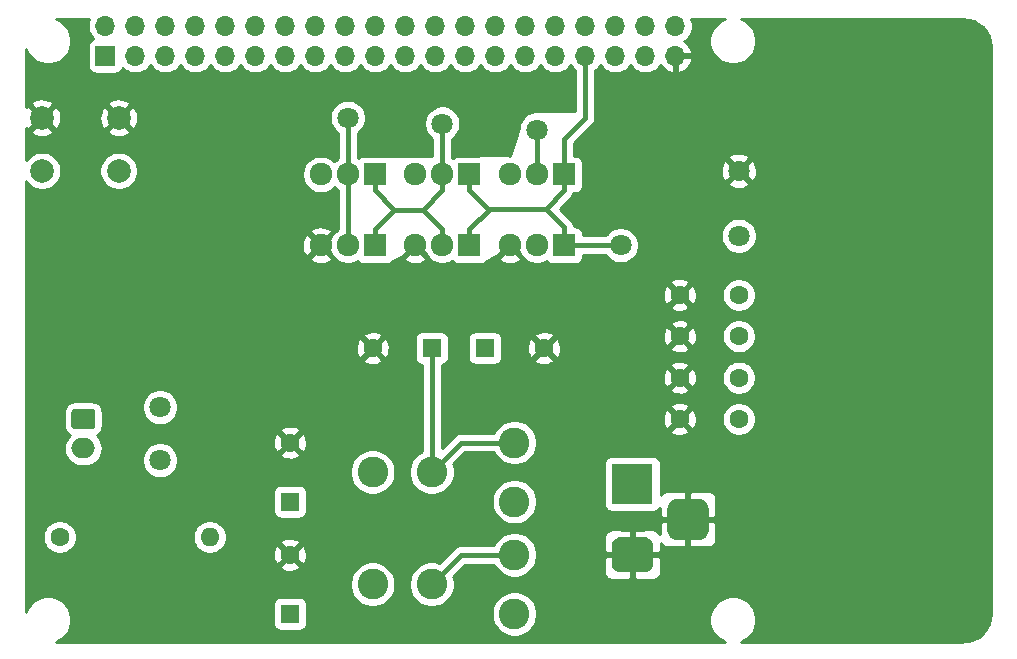
<source format=gtl>
G04 #@! TF.GenerationSoftware,KiCad,Pcbnew,(5.1.5)-2*
G04 #@! TF.CreationDate,2020-08-06T13:29:52+09:00*
G04 #@! TF.ProjectId,CAL_V_Simulation_circuit,43414c5f-565f-4536-996d-756c6174696f,rev?*
G04 #@! TF.SameCoordinates,Original*
G04 #@! TF.FileFunction,Copper,L1,Top*
G04 #@! TF.FilePolarity,Positive*
%FSLAX46Y46*%
G04 Gerber Fmt 4.6, Leading zero omitted, Abs format (unit mm)*
G04 Created by KiCad (PCBNEW (5.1.5)-2) date 2020-08-06 13:29:52*
%MOMM*%
%LPD*%
G04 APERTURE LIST*
%ADD10C,1.800000*%
%ADD11C,0.100000*%
%ADD12O,2.000000X1.700000*%
%ADD13C,2.000000*%
%ADD14R,3.500000X3.500000*%
%ADD15R,1.700000X1.700000*%
%ADD16O,1.700000X1.700000*%
%ADD17C,1.600000*%
%ADD18R,1.600000X1.600000*%
%ADD19C,1.920000*%
%ADD20R,1.920000X1.920000*%
%ADD21O,1.600000X1.600000*%
%ADD22C,2.600000*%
%ADD23C,0.400000*%
%ADD24C,0.254000*%
G04 APERTURE END LIST*
D10*
X94900000Y-105000000D03*
G04 #@! TA.AperFunction,ComponentPad*
D11*
G36*
X57274504Y-128651204D02*
G01*
X57298773Y-128654804D01*
X57322571Y-128660765D01*
X57345671Y-128669030D01*
X57367849Y-128679520D01*
X57388893Y-128692133D01*
X57408598Y-128706747D01*
X57426777Y-128723223D01*
X57443253Y-128741402D01*
X57457867Y-128761107D01*
X57470480Y-128782151D01*
X57480970Y-128804329D01*
X57489235Y-128827429D01*
X57495196Y-128851227D01*
X57498796Y-128875496D01*
X57500000Y-128900000D01*
X57500000Y-130100000D01*
X57498796Y-130124504D01*
X57495196Y-130148773D01*
X57489235Y-130172571D01*
X57480970Y-130195671D01*
X57470480Y-130217849D01*
X57457867Y-130238893D01*
X57443253Y-130258598D01*
X57426777Y-130276777D01*
X57408598Y-130293253D01*
X57388893Y-130307867D01*
X57367849Y-130320480D01*
X57345671Y-130330970D01*
X57322571Y-130339235D01*
X57298773Y-130345196D01*
X57274504Y-130348796D01*
X57250000Y-130350000D01*
X55750000Y-130350000D01*
X55725496Y-130348796D01*
X55701227Y-130345196D01*
X55677429Y-130339235D01*
X55654329Y-130330970D01*
X55632151Y-130320480D01*
X55611107Y-130307867D01*
X55591402Y-130293253D01*
X55573223Y-130276777D01*
X55556747Y-130258598D01*
X55542133Y-130238893D01*
X55529520Y-130217849D01*
X55519030Y-130195671D01*
X55510765Y-130172571D01*
X55504804Y-130148773D01*
X55501204Y-130124504D01*
X55500000Y-130100000D01*
X55500000Y-128900000D01*
X55501204Y-128875496D01*
X55504804Y-128851227D01*
X55510765Y-128827429D01*
X55519030Y-128804329D01*
X55529520Y-128782151D01*
X55542133Y-128761107D01*
X55556747Y-128741402D01*
X55573223Y-128723223D01*
X55591402Y-128706747D01*
X55611107Y-128692133D01*
X55632151Y-128679520D01*
X55654329Y-128669030D01*
X55677429Y-128660765D01*
X55701227Y-128654804D01*
X55725496Y-128651204D01*
X55750000Y-128650000D01*
X57250000Y-128650000D01*
X57274504Y-128651204D01*
G37*
G04 #@! TD.AperFunction*
D12*
X56500000Y-132000000D03*
D10*
X102000000Y-114800000D03*
X86900000Y-104500000D03*
D13*
X53000000Y-108500000D03*
X53000000Y-104000000D03*
X59500000Y-108500000D03*
X59500000Y-104000000D03*
D14*
X103000000Y-135000000D03*
G04 #@! TA.AperFunction,ComponentPad*
D11*
G36*
X104073513Y-139503611D02*
G01*
X104146318Y-139514411D01*
X104217714Y-139532295D01*
X104287013Y-139557090D01*
X104353548Y-139588559D01*
X104416678Y-139626398D01*
X104475795Y-139670242D01*
X104530330Y-139719670D01*
X104579758Y-139774205D01*
X104623602Y-139833322D01*
X104661441Y-139896452D01*
X104692910Y-139962987D01*
X104717705Y-140032286D01*
X104735589Y-140103682D01*
X104746389Y-140176487D01*
X104750000Y-140250000D01*
X104750000Y-141750000D01*
X104746389Y-141823513D01*
X104735589Y-141896318D01*
X104717705Y-141967714D01*
X104692910Y-142037013D01*
X104661441Y-142103548D01*
X104623602Y-142166678D01*
X104579758Y-142225795D01*
X104530330Y-142280330D01*
X104475795Y-142329758D01*
X104416678Y-142373602D01*
X104353548Y-142411441D01*
X104287013Y-142442910D01*
X104217714Y-142467705D01*
X104146318Y-142485589D01*
X104073513Y-142496389D01*
X104000000Y-142500000D01*
X102000000Y-142500000D01*
X101926487Y-142496389D01*
X101853682Y-142485589D01*
X101782286Y-142467705D01*
X101712987Y-142442910D01*
X101646452Y-142411441D01*
X101583322Y-142373602D01*
X101524205Y-142329758D01*
X101469670Y-142280330D01*
X101420242Y-142225795D01*
X101376398Y-142166678D01*
X101338559Y-142103548D01*
X101307090Y-142037013D01*
X101282295Y-141967714D01*
X101264411Y-141896318D01*
X101253611Y-141823513D01*
X101250000Y-141750000D01*
X101250000Y-140250000D01*
X101253611Y-140176487D01*
X101264411Y-140103682D01*
X101282295Y-140032286D01*
X101307090Y-139962987D01*
X101338559Y-139896452D01*
X101376398Y-139833322D01*
X101420242Y-139774205D01*
X101469670Y-139719670D01*
X101524205Y-139670242D01*
X101583322Y-139626398D01*
X101646452Y-139588559D01*
X101712987Y-139557090D01*
X101782286Y-139532295D01*
X101853682Y-139514411D01*
X101926487Y-139503611D01*
X102000000Y-139500000D01*
X104000000Y-139500000D01*
X104073513Y-139503611D01*
G37*
G04 #@! TD.AperFunction*
G04 #@! TA.AperFunction,ComponentPad*
G36*
X108660765Y-136254213D02*
G01*
X108745704Y-136266813D01*
X108828999Y-136287677D01*
X108909848Y-136316605D01*
X108987472Y-136353319D01*
X109061124Y-136397464D01*
X109130094Y-136448616D01*
X109193718Y-136506282D01*
X109251384Y-136569906D01*
X109302536Y-136638876D01*
X109346681Y-136712528D01*
X109383395Y-136790152D01*
X109412323Y-136871001D01*
X109433187Y-136954296D01*
X109445787Y-137039235D01*
X109450000Y-137125000D01*
X109450000Y-138875000D01*
X109445787Y-138960765D01*
X109433187Y-139045704D01*
X109412323Y-139128999D01*
X109383395Y-139209848D01*
X109346681Y-139287472D01*
X109302536Y-139361124D01*
X109251384Y-139430094D01*
X109193718Y-139493718D01*
X109130094Y-139551384D01*
X109061124Y-139602536D01*
X108987472Y-139646681D01*
X108909848Y-139683395D01*
X108828999Y-139712323D01*
X108745704Y-139733187D01*
X108660765Y-139745787D01*
X108575000Y-139750000D01*
X106825000Y-139750000D01*
X106739235Y-139745787D01*
X106654296Y-139733187D01*
X106571001Y-139712323D01*
X106490152Y-139683395D01*
X106412528Y-139646681D01*
X106338876Y-139602536D01*
X106269906Y-139551384D01*
X106206282Y-139493718D01*
X106148616Y-139430094D01*
X106097464Y-139361124D01*
X106053319Y-139287472D01*
X106016605Y-139209848D01*
X105987677Y-139128999D01*
X105966813Y-139045704D01*
X105954213Y-138960765D01*
X105950000Y-138875000D01*
X105950000Y-137125000D01*
X105954213Y-137039235D01*
X105966813Y-136954296D01*
X105987677Y-136871001D01*
X106016605Y-136790152D01*
X106053319Y-136712528D01*
X106097464Y-136638876D01*
X106148616Y-136569906D01*
X106206282Y-136506282D01*
X106269906Y-136448616D01*
X106338876Y-136397464D01*
X106412528Y-136353319D01*
X106490152Y-136316605D01*
X106571001Y-136287677D01*
X106654296Y-136266813D01*
X106739235Y-136254213D01*
X106825000Y-136250000D01*
X108575000Y-136250000D01*
X108660765Y-136254213D01*
G37*
G04 #@! TD.AperFunction*
D15*
X58370000Y-98770000D03*
D16*
X58370000Y-96230000D03*
X60910000Y-98770000D03*
X60910000Y-96230000D03*
X63450000Y-98770000D03*
X63450000Y-96230000D03*
X65990000Y-98770000D03*
X65990000Y-96230000D03*
X68530000Y-98770000D03*
X68530000Y-96230000D03*
X71070000Y-98770000D03*
X71070000Y-96230000D03*
X73610000Y-98770000D03*
X73610000Y-96230000D03*
X76150000Y-98770000D03*
X76150000Y-96230000D03*
X78690000Y-98770000D03*
X78690000Y-96230000D03*
X81230000Y-98770000D03*
X81230000Y-96230000D03*
X83770000Y-98770000D03*
X83770000Y-96230000D03*
X86310000Y-98770000D03*
X86310000Y-96230000D03*
X88850000Y-98770000D03*
X88850000Y-96230000D03*
X91390000Y-98770000D03*
X91390000Y-96230000D03*
X93930000Y-98770000D03*
X93930000Y-96230000D03*
X96470000Y-98770000D03*
X96470000Y-96230000D03*
X99010000Y-98770000D03*
X99010000Y-96230000D03*
X101550000Y-98770000D03*
X101550000Y-96230000D03*
X104090000Y-98770000D03*
X104090000Y-96230000D03*
X106630000Y-98770000D03*
X106630000Y-96230000D03*
D17*
X112000000Y-129500000D03*
X107000000Y-129500000D03*
X107000000Y-126000000D03*
X112000000Y-126000000D03*
X112000000Y-122500000D03*
X107000000Y-122500000D03*
X107000000Y-119000000D03*
X112000000Y-119000000D03*
D18*
X74000000Y-136500000D03*
D17*
X74000000Y-131500000D03*
X81000000Y-123500000D03*
D18*
X86000000Y-123500000D03*
D17*
X74000000Y-141000000D03*
D18*
X74000000Y-146000000D03*
X90500000Y-123500000D03*
D17*
X95500000Y-123500000D03*
D19*
X92600000Y-108800000D03*
X94900000Y-108800000D03*
D20*
X97200000Y-108800000D03*
D19*
X92600000Y-114800000D03*
X94900000Y-114800000D03*
D20*
X97200000Y-114800000D03*
X89200000Y-108800000D03*
D19*
X86900000Y-108800000D03*
X84600000Y-108800000D03*
D20*
X89200000Y-114800000D03*
D19*
X86900000Y-114800000D03*
X84600000Y-114800000D03*
X76600000Y-108800000D03*
X78900000Y-108800000D03*
D20*
X81200000Y-108800000D03*
D19*
X76600000Y-114800000D03*
X78900000Y-114800000D03*
D20*
X81200000Y-114800000D03*
D17*
X54500000Y-139500000D03*
D21*
X67200000Y-139500000D03*
D10*
X112000000Y-108500000D03*
X112000000Y-114000000D03*
X78900000Y-104000000D03*
X63000000Y-128500000D03*
X63000000Y-133000000D03*
D22*
X93000000Y-146000000D03*
X93000000Y-141000000D03*
X93000000Y-131500000D03*
X93000000Y-136500000D03*
X86000000Y-134000000D03*
X81000000Y-134000000D03*
X81000000Y-143500000D03*
X86000000Y-143500000D03*
D23*
X78900000Y-104000000D02*
X78900000Y-108800000D01*
X78900000Y-110157645D02*
X78900000Y-114800000D01*
X78900000Y-108800000D02*
X78900000Y-110157645D01*
X94900000Y-105000000D02*
X94900000Y-108800000D01*
X89200000Y-113440000D02*
X90940000Y-111700000D01*
X89200000Y-114800000D02*
X89200000Y-113440000D01*
X97200000Y-110160000D02*
X97200000Y-108800000D01*
X95660000Y-111700000D02*
X97200000Y-110160000D01*
X90940000Y-111700000D02*
X95660000Y-111700000D01*
X97200000Y-113240000D02*
X97200000Y-114800000D01*
X95660000Y-111700000D02*
X97200000Y-113240000D01*
X90740000Y-111700000D02*
X90940000Y-111700000D01*
X89200000Y-110160000D02*
X90740000Y-111700000D01*
X89200000Y-108800000D02*
X89200000Y-110160000D01*
X98560000Y-114800000D02*
X102000000Y-114800000D01*
X97200000Y-114800000D02*
X98560000Y-114800000D01*
X97200000Y-108800000D02*
X97200000Y-105800000D01*
X99010000Y-103990000D02*
X99010000Y-98770000D01*
X97200000Y-105800000D02*
X99010000Y-103990000D01*
X86900000Y-104500000D02*
X86900000Y-108800000D01*
X81200000Y-110160000D02*
X82840000Y-111800000D01*
X81200000Y-108800000D02*
X81200000Y-110160000D01*
X82840000Y-111800000D02*
X83900000Y-111800000D01*
X81200000Y-113440000D02*
X81200000Y-114800000D01*
X82840000Y-111800000D02*
X81200000Y-113440000D01*
X86900000Y-113442355D02*
X85257645Y-111800000D01*
X86900000Y-114800000D02*
X86900000Y-113442355D01*
X86900000Y-110157645D02*
X85257645Y-111800000D01*
X86900000Y-108800000D02*
X86900000Y-110157645D01*
X83900000Y-111800000D02*
X85257645Y-111800000D01*
X86000000Y-123500000D02*
X86000000Y-134000000D01*
X86000000Y-134000000D02*
X88500000Y-131500000D01*
X88500000Y-131500000D02*
X93000000Y-131500000D01*
X88500000Y-141000000D02*
X93000000Y-141000000D01*
X86000000Y-143500000D02*
X88500000Y-141000000D01*
D24*
G36*
X56942068Y-95796842D02*
G01*
X56885000Y-96083740D01*
X56885000Y-96376260D01*
X56942068Y-96663158D01*
X57054010Y-96933411D01*
X57216525Y-97176632D01*
X57348380Y-97308487D01*
X57275820Y-97330498D01*
X57165506Y-97389463D01*
X57068815Y-97468815D01*
X56989463Y-97565506D01*
X56930498Y-97675820D01*
X56894188Y-97795518D01*
X56881928Y-97920000D01*
X56881928Y-99620000D01*
X56894188Y-99744482D01*
X56930498Y-99864180D01*
X56989463Y-99974494D01*
X57068815Y-100071185D01*
X57165506Y-100150537D01*
X57275820Y-100209502D01*
X57395518Y-100245812D01*
X57520000Y-100258072D01*
X59220000Y-100258072D01*
X59344482Y-100245812D01*
X59464180Y-100209502D01*
X59574494Y-100150537D01*
X59671185Y-100071185D01*
X59750537Y-99974494D01*
X59809502Y-99864180D01*
X59831513Y-99791620D01*
X59963368Y-99923475D01*
X60206589Y-100085990D01*
X60476842Y-100197932D01*
X60763740Y-100255000D01*
X61056260Y-100255000D01*
X61343158Y-100197932D01*
X61613411Y-100085990D01*
X61856632Y-99923475D01*
X62063475Y-99716632D01*
X62180000Y-99542240D01*
X62296525Y-99716632D01*
X62503368Y-99923475D01*
X62746589Y-100085990D01*
X63016842Y-100197932D01*
X63303740Y-100255000D01*
X63596260Y-100255000D01*
X63883158Y-100197932D01*
X64153411Y-100085990D01*
X64396632Y-99923475D01*
X64603475Y-99716632D01*
X64720000Y-99542240D01*
X64836525Y-99716632D01*
X65043368Y-99923475D01*
X65286589Y-100085990D01*
X65556842Y-100197932D01*
X65843740Y-100255000D01*
X66136260Y-100255000D01*
X66423158Y-100197932D01*
X66693411Y-100085990D01*
X66936632Y-99923475D01*
X67143475Y-99716632D01*
X67260000Y-99542240D01*
X67376525Y-99716632D01*
X67583368Y-99923475D01*
X67826589Y-100085990D01*
X68096842Y-100197932D01*
X68383740Y-100255000D01*
X68676260Y-100255000D01*
X68963158Y-100197932D01*
X69233411Y-100085990D01*
X69476632Y-99923475D01*
X69683475Y-99716632D01*
X69800000Y-99542240D01*
X69916525Y-99716632D01*
X70123368Y-99923475D01*
X70366589Y-100085990D01*
X70636842Y-100197932D01*
X70923740Y-100255000D01*
X71216260Y-100255000D01*
X71503158Y-100197932D01*
X71773411Y-100085990D01*
X72016632Y-99923475D01*
X72223475Y-99716632D01*
X72340000Y-99542240D01*
X72456525Y-99716632D01*
X72663368Y-99923475D01*
X72906589Y-100085990D01*
X73176842Y-100197932D01*
X73463740Y-100255000D01*
X73756260Y-100255000D01*
X74043158Y-100197932D01*
X74313411Y-100085990D01*
X74556632Y-99923475D01*
X74763475Y-99716632D01*
X74880000Y-99542240D01*
X74996525Y-99716632D01*
X75203368Y-99923475D01*
X75446589Y-100085990D01*
X75716842Y-100197932D01*
X76003740Y-100255000D01*
X76296260Y-100255000D01*
X76583158Y-100197932D01*
X76853411Y-100085990D01*
X77096632Y-99923475D01*
X77303475Y-99716632D01*
X77420000Y-99542240D01*
X77536525Y-99716632D01*
X77743368Y-99923475D01*
X77986589Y-100085990D01*
X78256842Y-100197932D01*
X78543740Y-100255000D01*
X78836260Y-100255000D01*
X79123158Y-100197932D01*
X79393411Y-100085990D01*
X79636632Y-99923475D01*
X79843475Y-99716632D01*
X79960000Y-99542240D01*
X80076525Y-99716632D01*
X80283368Y-99923475D01*
X80526589Y-100085990D01*
X80796842Y-100197932D01*
X81083740Y-100255000D01*
X81376260Y-100255000D01*
X81663158Y-100197932D01*
X81933411Y-100085990D01*
X82176632Y-99923475D01*
X82383475Y-99716632D01*
X82500000Y-99542240D01*
X82616525Y-99716632D01*
X82823368Y-99923475D01*
X83066589Y-100085990D01*
X83336842Y-100197932D01*
X83623740Y-100255000D01*
X83916260Y-100255000D01*
X84203158Y-100197932D01*
X84473411Y-100085990D01*
X84716632Y-99923475D01*
X84923475Y-99716632D01*
X85040000Y-99542240D01*
X85156525Y-99716632D01*
X85363368Y-99923475D01*
X85606589Y-100085990D01*
X85876842Y-100197932D01*
X86163740Y-100255000D01*
X86456260Y-100255000D01*
X86743158Y-100197932D01*
X87013411Y-100085990D01*
X87256632Y-99923475D01*
X87463475Y-99716632D01*
X87580000Y-99542240D01*
X87696525Y-99716632D01*
X87903368Y-99923475D01*
X88146589Y-100085990D01*
X88416842Y-100197932D01*
X88703740Y-100255000D01*
X88996260Y-100255000D01*
X89283158Y-100197932D01*
X89553411Y-100085990D01*
X89796632Y-99923475D01*
X90003475Y-99716632D01*
X90120000Y-99542240D01*
X90236525Y-99716632D01*
X90443368Y-99923475D01*
X90686589Y-100085990D01*
X90956842Y-100197932D01*
X91243740Y-100255000D01*
X91536260Y-100255000D01*
X91823158Y-100197932D01*
X92093411Y-100085990D01*
X92336632Y-99923475D01*
X92543475Y-99716632D01*
X92660000Y-99542240D01*
X92776525Y-99716632D01*
X92983368Y-99923475D01*
X93226589Y-100085990D01*
X93496842Y-100197932D01*
X93783740Y-100255000D01*
X94076260Y-100255000D01*
X94363158Y-100197932D01*
X94633411Y-100085990D01*
X94876632Y-99923475D01*
X95083475Y-99716632D01*
X95200000Y-99542240D01*
X95316525Y-99716632D01*
X95523368Y-99923475D01*
X95766589Y-100085990D01*
X96036842Y-100197932D01*
X96323740Y-100255000D01*
X96616260Y-100255000D01*
X96903158Y-100197932D01*
X97173411Y-100085990D01*
X97416632Y-99923475D01*
X97623475Y-99716632D01*
X97740000Y-99542240D01*
X97856525Y-99716632D01*
X98063368Y-99923475D01*
X98175001Y-99998066D01*
X98175000Y-103473000D01*
X95091403Y-103473000D01*
X95051184Y-103465000D01*
X94748816Y-103465000D01*
X94452257Y-103523989D01*
X94172905Y-103639701D01*
X93921495Y-103807688D01*
X93707688Y-104021495D01*
X93539701Y-104272905D01*
X93423989Y-104552257D01*
X93365000Y-104848816D01*
X93365000Y-104903390D01*
X92597797Y-107205000D01*
X92583470Y-107205000D01*
X92570557Y-107194403D01*
X92548601Y-107182667D01*
X92524776Y-107175440D01*
X92500000Y-107173000D01*
X90100000Y-107173000D01*
X90077929Y-107174932D01*
X90053954Y-107181641D01*
X90031748Y-107192899D01*
X90020246Y-107201928D01*
X88240000Y-107201928D01*
X88115518Y-107214188D01*
X87995820Y-107250498D01*
X87885506Y-107309463D01*
X87788815Y-107388815D01*
X87742818Y-107444862D01*
X87735000Y-107439638D01*
X87735000Y-105788199D01*
X87878505Y-105692312D01*
X88092312Y-105478505D01*
X88260299Y-105227095D01*
X88376011Y-104947743D01*
X88435000Y-104651184D01*
X88435000Y-104348816D01*
X88376011Y-104052257D01*
X88260299Y-103772905D01*
X88092312Y-103521495D01*
X87878505Y-103307688D01*
X87627095Y-103139701D01*
X87347743Y-103023989D01*
X87051184Y-102965000D01*
X86748816Y-102965000D01*
X86452257Y-103023989D01*
X86172905Y-103139701D01*
X85921495Y-103307688D01*
X85707688Y-103521495D01*
X85539701Y-103772905D01*
X85423989Y-104052257D01*
X85365000Y-104348816D01*
X85365000Y-104651184D01*
X85423989Y-104947743D01*
X85539701Y-105227095D01*
X85707688Y-105478505D01*
X85921495Y-105692312D01*
X86065000Y-105788199D01*
X86065001Y-107273000D01*
X85081434Y-107273000D01*
X85065244Y-107266294D01*
X84757094Y-107205000D01*
X84442906Y-107205000D01*
X84134756Y-107266294D01*
X84118566Y-107273000D01*
X82446278Y-107273000D01*
X82404180Y-107250498D01*
X82284482Y-107214188D01*
X82160000Y-107201928D01*
X80240000Y-107201928D01*
X80115518Y-107214188D01*
X79995820Y-107250498D01*
X79885506Y-107309463D01*
X79788815Y-107388815D01*
X79742818Y-107444862D01*
X79735000Y-107439638D01*
X79735000Y-105288199D01*
X79878505Y-105192312D01*
X80092312Y-104978505D01*
X80260299Y-104727095D01*
X80376011Y-104447743D01*
X80435000Y-104151184D01*
X80435000Y-103848816D01*
X80376011Y-103552257D01*
X80260299Y-103272905D01*
X80092312Y-103021495D01*
X79878505Y-102807688D01*
X79627095Y-102639701D01*
X79347743Y-102523989D01*
X79051184Y-102465000D01*
X78748816Y-102465000D01*
X78452257Y-102523989D01*
X78172905Y-102639701D01*
X77921495Y-102807688D01*
X77707688Y-103021495D01*
X77539701Y-103272905D01*
X77423989Y-103552257D01*
X77365000Y-103848816D01*
X77365000Y-104151184D01*
X77423989Y-104447743D01*
X77539701Y-104727095D01*
X77707688Y-104978505D01*
X77921495Y-105192312D01*
X78065000Y-105288199D01*
X78065001Y-107439638D01*
X77883246Y-107561082D01*
X77750000Y-107694328D01*
X77616754Y-107561082D01*
X77355516Y-107386529D01*
X77065244Y-107266294D01*
X76757094Y-107205000D01*
X76442906Y-107205000D01*
X76134756Y-107266294D01*
X75844484Y-107386529D01*
X75583246Y-107561082D01*
X75361082Y-107783246D01*
X75186529Y-108044484D01*
X75066294Y-108334756D01*
X75005000Y-108642906D01*
X75005000Y-108957094D01*
X75066294Y-109265244D01*
X75186529Y-109555516D01*
X75361082Y-109816754D01*
X75583246Y-110038918D01*
X75844484Y-110213471D01*
X76134756Y-110333706D01*
X76442906Y-110395000D01*
X76757094Y-110395000D01*
X77065244Y-110333706D01*
X77355516Y-110213471D01*
X77616754Y-110038918D01*
X77750000Y-109905672D01*
X77883246Y-110038918D01*
X78065000Y-110160362D01*
X78065001Y-113439638D01*
X77883246Y-113561082D01*
X77661082Y-113783246D01*
X77486529Y-114044484D01*
X77452169Y-114127436D01*
X76779605Y-114800000D01*
X77452169Y-115472564D01*
X77486529Y-115555516D01*
X77661082Y-115816754D01*
X77883246Y-116038918D01*
X78144484Y-116213471D01*
X78434756Y-116333706D01*
X78742906Y-116395000D01*
X79057094Y-116395000D01*
X79365244Y-116333706D01*
X79655516Y-116213471D01*
X79742818Y-116155138D01*
X79788815Y-116211185D01*
X79885506Y-116290537D01*
X79995820Y-116349502D01*
X80115518Y-116385812D01*
X80240000Y-116398072D01*
X82119385Y-116398072D01*
X82119734Y-116398419D01*
X82140476Y-116412187D01*
X82163507Y-116421644D01*
X82187940Y-116426426D01*
X82212836Y-116426350D01*
X82237239Y-116421418D01*
X82260211Y-116411820D01*
X82339515Y-116369118D01*
X82404180Y-116349502D01*
X82514494Y-116290537D01*
X82569908Y-116245060D01*
X83197947Y-115906885D01*
X83672720Y-115906885D01*
X83763653Y-116167197D01*
X84046451Y-116304090D01*
X84350521Y-116383182D01*
X84664178Y-116401432D01*
X84975368Y-116358140D01*
X85272134Y-116254970D01*
X85436347Y-116167197D01*
X85527280Y-115906885D01*
X84600000Y-114979605D01*
X83672720Y-115906885D01*
X83197947Y-115906885D01*
X83560211Y-115711820D01*
X83583311Y-115695856D01*
X83600411Y-115677761D01*
X83613652Y-115656677D01*
X83622525Y-115633416D01*
X83626690Y-115608870D01*
X83626273Y-115594122D01*
X84420395Y-114800000D01*
X84406253Y-114785858D01*
X84585858Y-114606253D01*
X84600000Y-114620395D01*
X84614143Y-114606253D01*
X84793748Y-114785858D01*
X84779605Y-114800000D01*
X85452169Y-115472564D01*
X85486529Y-115555516D01*
X85661082Y-115816754D01*
X85883246Y-116038918D01*
X86144484Y-116213471D01*
X86434756Y-116333706D01*
X86742906Y-116395000D01*
X87057094Y-116395000D01*
X87365244Y-116333706D01*
X87655516Y-116213471D01*
X87742818Y-116155138D01*
X87788815Y-116211185D01*
X87885506Y-116290537D01*
X87995820Y-116349502D01*
X88115518Y-116385812D01*
X88240000Y-116398072D01*
X89996182Y-116398072D01*
X90006531Y-116400650D01*
X90031399Y-116401839D01*
X90056021Y-116398153D01*
X90056246Y-116398072D01*
X90160000Y-116398072D01*
X90284482Y-116385812D01*
X90404180Y-116349502D01*
X90514494Y-116290537D01*
X90611185Y-116211185D01*
X90690537Y-116114494D01*
X90701112Y-116094709D01*
X91096884Y-115906885D01*
X91672720Y-115906885D01*
X91763653Y-116167197D01*
X92046451Y-116304090D01*
X92350521Y-116383182D01*
X92664178Y-116401432D01*
X92975368Y-116358140D01*
X93272134Y-116254970D01*
X93436347Y-116167197D01*
X93527280Y-115906885D01*
X92600000Y-114979605D01*
X91672720Y-115906885D01*
X91096884Y-115906885D01*
X91482875Y-115723703D01*
X91493115Y-115727280D01*
X91509171Y-115711224D01*
X91554451Y-115689735D01*
X91570557Y-115680597D01*
X91589803Y-115664803D01*
X91605597Y-115645557D01*
X91617333Y-115623601D01*
X91624560Y-115599776D01*
X91624991Y-115595404D01*
X92420395Y-114800000D01*
X92406253Y-114785858D01*
X92585858Y-114606253D01*
X92600000Y-114620395D01*
X92614143Y-114606253D01*
X92793748Y-114785858D01*
X92779605Y-114800000D01*
X93452169Y-115472564D01*
X93486529Y-115555516D01*
X93661082Y-115816754D01*
X93883246Y-116038918D01*
X94144484Y-116213471D01*
X94434756Y-116333706D01*
X94742906Y-116395000D01*
X95057094Y-116395000D01*
X95365244Y-116333706D01*
X95655516Y-116213471D01*
X95742818Y-116155138D01*
X95788815Y-116211185D01*
X95885506Y-116290537D01*
X95995820Y-116349502D01*
X96115518Y-116385812D01*
X96240000Y-116398072D01*
X98160000Y-116398072D01*
X98284482Y-116385812D01*
X98404180Y-116349502D01*
X98514494Y-116290537D01*
X98611185Y-116211185D01*
X98690537Y-116114494D01*
X98749502Y-116004180D01*
X98785812Y-115884482D01*
X98798072Y-115760000D01*
X98798072Y-115635000D01*
X100711801Y-115635000D01*
X100807688Y-115778505D01*
X101021495Y-115992312D01*
X101272905Y-116160299D01*
X101552257Y-116276011D01*
X101848816Y-116335000D01*
X102151184Y-116335000D01*
X102447743Y-116276011D01*
X102727095Y-116160299D01*
X102978505Y-115992312D01*
X103192312Y-115778505D01*
X103360299Y-115527095D01*
X103476011Y-115247743D01*
X103535000Y-114951184D01*
X103535000Y-114648816D01*
X103476011Y-114352257D01*
X103360299Y-114072905D01*
X103210568Y-113848816D01*
X110465000Y-113848816D01*
X110465000Y-114151184D01*
X110523989Y-114447743D01*
X110639701Y-114727095D01*
X110807688Y-114978505D01*
X111021495Y-115192312D01*
X111272905Y-115360299D01*
X111552257Y-115476011D01*
X111848816Y-115535000D01*
X112151184Y-115535000D01*
X112447743Y-115476011D01*
X112727095Y-115360299D01*
X112978505Y-115192312D01*
X113192312Y-114978505D01*
X113360299Y-114727095D01*
X113476011Y-114447743D01*
X113535000Y-114151184D01*
X113535000Y-113848816D01*
X113476011Y-113552257D01*
X113360299Y-113272905D01*
X113192312Y-113021495D01*
X112978505Y-112807688D01*
X112727095Y-112639701D01*
X112447743Y-112523989D01*
X112151184Y-112465000D01*
X111848816Y-112465000D01*
X111552257Y-112523989D01*
X111272905Y-112639701D01*
X111021495Y-112807688D01*
X110807688Y-113021495D01*
X110639701Y-113272905D01*
X110523989Y-113552257D01*
X110465000Y-113848816D01*
X103210568Y-113848816D01*
X103192312Y-113821495D01*
X102978505Y-113607688D01*
X102727095Y-113439701D01*
X102447743Y-113323989D01*
X102151184Y-113265000D01*
X101848816Y-113265000D01*
X101552257Y-113323989D01*
X101272905Y-113439701D01*
X101021495Y-113607688D01*
X100807688Y-113821495D01*
X100711801Y-113965000D01*
X98798072Y-113965000D01*
X98798072Y-113840000D01*
X98785812Y-113715518D01*
X98749502Y-113595820D01*
X98690537Y-113485506D01*
X98611185Y-113388815D01*
X98514494Y-113309463D01*
X98404180Y-113250498D01*
X98284482Y-113214188D01*
X98160000Y-113201928D01*
X98035290Y-113201928D01*
X98022918Y-113076311D01*
X97975172Y-112918913D01*
X97897636Y-112773854D01*
X97819439Y-112678570D01*
X97819437Y-112678568D01*
X97793291Y-112646709D01*
X97761433Y-112620564D01*
X96840868Y-111700000D01*
X97761433Y-110779436D01*
X97793291Y-110753291D01*
X97819440Y-110721429D01*
X97897636Y-110626146D01*
X97975172Y-110481087D01*
X98000354Y-110398072D01*
X98160000Y-110398072D01*
X98284482Y-110385812D01*
X98404180Y-110349502D01*
X98514494Y-110290537D01*
X98611185Y-110211185D01*
X98690537Y-110114494D01*
X98749502Y-110004180D01*
X98785812Y-109884482D01*
X98798072Y-109760000D01*
X98798072Y-109564080D01*
X111115525Y-109564080D01*
X111199208Y-109818261D01*
X111471775Y-109949158D01*
X111764642Y-110024365D01*
X112066553Y-110040991D01*
X112365907Y-109998397D01*
X112651199Y-109898222D01*
X112800792Y-109818261D01*
X112884475Y-109564080D01*
X112000000Y-108679605D01*
X111115525Y-109564080D01*
X98798072Y-109564080D01*
X98798072Y-108566553D01*
X110459009Y-108566553D01*
X110501603Y-108865907D01*
X110601778Y-109151199D01*
X110681739Y-109300792D01*
X110935920Y-109384475D01*
X111820395Y-108500000D01*
X112179605Y-108500000D01*
X113064080Y-109384475D01*
X113318261Y-109300792D01*
X113449158Y-109028225D01*
X113524365Y-108735358D01*
X113540991Y-108433447D01*
X113498397Y-108134093D01*
X113398222Y-107848801D01*
X113318261Y-107699208D01*
X113064080Y-107615525D01*
X112179605Y-108500000D01*
X111820395Y-108500000D01*
X110935920Y-107615525D01*
X110681739Y-107699208D01*
X110550842Y-107971775D01*
X110475635Y-108264642D01*
X110459009Y-108566553D01*
X98798072Y-108566553D01*
X98798072Y-107840000D01*
X98785812Y-107715518D01*
X98749502Y-107595820D01*
X98690537Y-107485506D01*
X98649843Y-107435920D01*
X111115525Y-107435920D01*
X112000000Y-108320395D01*
X112884475Y-107435920D01*
X112800792Y-107181739D01*
X112528225Y-107050842D01*
X112235358Y-106975635D01*
X111933447Y-106959009D01*
X111634093Y-107001603D01*
X111348801Y-107101778D01*
X111199208Y-107181739D01*
X111115525Y-107435920D01*
X98649843Y-107435920D01*
X98611185Y-107388815D01*
X98514494Y-107309463D01*
X98404180Y-107250498D01*
X98284482Y-107214188D01*
X98160000Y-107201928D01*
X98035000Y-107201928D01*
X98035000Y-106145867D01*
X99571433Y-104609436D01*
X99603291Y-104583291D01*
X99707636Y-104456146D01*
X99785172Y-104311087D01*
X99832918Y-104153689D01*
X99845000Y-104031019D01*
X99845000Y-104031018D01*
X99849040Y-103990000D01*
X99845000Y-103948982D01*
X99845000Y-99998065D01*
X99956632Y-99923475D01*
X100163475Y-99716632D01*
X100280000Y-99542240D01*
X100396525Y-99716632D01*
X100603368Y-99923475D01*
X100846589Y-100085990D01*
X101116842Y-100197932D01*
X101403740Y-100255000D01*
X101696260Y-100255000D01*
X101983158Y-100197932D01*
X102253411Y-100085990D01*
X102496632Y-99923475D01*
X102703475Y-99716632D01*
X102820000Y-99542240D01*
X102936525Y-99716632D01*
X103143368Y-99923475D01*
X103386589Y-100085990D01*
X103656842Y-100197932D01*
X103943740Y-100255000D01*
X104236260Y-100255000D01*
X104523158Y-100197932D01*
X104793411Y-100085990D01*
X105036632Y-99923475D01*
X105243475Y-99716632D01*
X105365195Y-99534466D01*
X105434822Y-99651355D01*
X105629731Y-99867588D01*
X105863080Y-100041641D01*
X106125901Y-100166825D01*
X106273110Y-100211476D01*
X106503000Y-100090155D01*
X106503000Y-98897000D01*
X106757000Y-98897000D01*
X106757000Y-100090155D01*
X106986890Y-100211476D01*
X107134099Y-100166825D01*
X107396920Y-100041641D01*
X107630269Y-99867588D01*
X107825178Y-99651355D01*
X107974157Y-99401252D01*
X108071481Y-99126891D01*
X107950814Y-98897000D01*
X106757000Y-98897000D01*
X106503000Y-98897000D01*
X106483000Y-98897000D01*
X106483000Y-98643000D01*
X106503000Y-98643000D01*
X106503000Y-98623000D01*
X106757000Y-98623000D01*
X106757000Y-98643000D01*
X107950814Y-98643000D01*
X108071481Y-98413109D01*
X107974157Y-98138748D01*
X107825178Y-97888645D01*
X107630269Y-97672412D01*
X107400594Y-97501100D01*
X107576632Y-97383475D01*
X107783475Y-97176632D01*
X107945990Y-96933411D01*
X108057932Y-96663158D01*
X108115000Y-96376260D01*
X108115000Y-96083740D01*
X108057932Y-95796842D01*
X107987581Y-95627000D01*
X110834766Y-95627000D01*
X110559750Y-95740915D01*
X110234636Y-95958149D01*
X109958149Y-96234636D01*
X109740915Y-96559750D01*
X109591282Y-96920997D01*
X109515000Y-97304495D01*
X109515000Y-97695505D01*
X109591282Y-98079003D01*
X109740915Y-98440250D01*
X109958149Y-98765364D01*
X110234636Y-99041851D01*
X110559750Y-99259085D01*
X110920997Y-99408718D01*
X111304495Y-99485000D01*
X111695505Y-99485000D01*
X112079003Y-99408718D01*
X112440250Y-99259085D01*
X112765364Y-99041851D01*
X113041851Y-98765364D01*
X113259085Y-98440250D01*
X113408718Y-98079003D01*
X113485000Y-97695505D01*
X113485000Y-97304495D01*
X113408718Y-96920997D01*
X113259085Y-96559750D01*
X113041851Y-96234636D01*
X112765364Y-95958149D01*
X112440250Y-95740915D01*
X112165234Y-95627000D01*
X130795524Y-95627000D01*
X130800435Y-95629105D01*
X130926430Y-95655887D01*
X130935595Y-95656850D01*
X131453893Y-95707670D01*
X131890498Y-95839489D01*
X132293185Y-96053600D01*
X132646612Y-96341848D01*
X132937327Y-96693261D01*
X133154242Y-97094439D01*
X133289106Y-97530113D01*
X133343542Y-98048044D01*
X133345736Y-98058733D01*
X133353021Y-98130451D01*
X133373000Y-98195801D01*
X133373000Y-145795525D01*
X133370895Y-145800436D01*
X133344113Y-145926430D01*
X133343150Y-145935595D01*
X133292330Y-146453894D01*
X133160512Y-146890497D01*
X132946399Y-147293186D01*
X132658150Y-147646613D01*
X132306739Y-147937327D01*
X131905564Y-148154240D01*
X131469886Y-148289106D01*
X130951955Y-148343543D01*
X130941274Y-148345735D01*
X130869549Y-148353021D01*
X130804199Y-148373000D01*
X112165234Y-148373000D01*
X112440250Y-148259085D01*
X112765364Y-148041851D01*
X113041851Y-147765364D01*
X113259085Y-147440250D01*
X113408718Y-147079003D01*
X113485000Y-146695505D01*
X113485000Y-146304495D01*
X113408718Y-145920997D01*
X113259085Y-145559750D01*
X113041851Y-145234636D01*
X112765364Y-144958149D01*
X112440250Y-144740915D01*
X112079003Y-144591282D01*
X111695505Y-144515000D01*
X111304495Y-144515000D01*
X110920997Y-144591282D01*
X110559750Y-144740915D01*
X110234636Y-144958149D01*
X109958149Y-145234636D01*
X109740915Y-145559750D01*
X109591282Y-145920997D01*
X109515000Y-146304495D01*
X109515000Y-146695505D01*
X109591282Y-147079003D01*
X109740915Y-147440250D01*
X109958149Y-147765364D01*
X110234636Y-148041851D01*
X110559750Y-148259085D01*
X110834766Y-148373000D01*
X54165234Y-148373000D01*
X54440250Y-148259085D01*
X54765364Y-148041851D01*
X55041851Y-147765364D01*
X55259085Y-147440250D01*
X55408718Y-147079003D01*
X55485000Y-146695505D01*
X55485000Y-146304495D01*
X55408718Y-145920997D01*
X55259085Y-145559750D01*
X55041851Y-145234636D01*
X55007215Y-145200000D01*
X72561928Y-145200000D01*
X72561928Y-146800000D01*
X72574188Y-146924482D01*
X72610498Y-147044180D01*
X72669463Y-147154494D01*
X72748815Y-147251185D01*
X72845506Y-147330537D01*
X72955820Y-147389502D01*
X73075518Y-147425812D01*
X73200000Y-147438072D01*
X74800000Y-147438072D01*
X74924482Y-147425812D01*
X75044180Y-147389502D01*
X75154494Y-147330537D01*
X75251185Y-147251185D01*
X75330537Y-147154494D01*
X75389502Y-147044180D01*
X75425812Y-146924482D01*
X75438072Y-146800000D01*
X75438072Y-145809419D01*
X91065000Y-145809419D01*
X91065000Y-146190581D01*
X91139361Y-146564419D01*
X91285225Y-146916566D01*
X91496987Y-147233491D01*
X91766509Y-147503013D01*
X92083434Y-147714775D01*
X92435581Y-147860639D01*
X92809419Y-147935000D01*
X93190581Y-147935000D01*
X93564419Y-147860639D01*
X93916566Y-147714775D01*
X94233491Y-147503013D01*
X94503013Y-147233491D01*
X94714775Y-146916566D01*
X94860639Y-146564419D01*
X94935000Y-146190581D01*
X94935000Y-145809419D01*
X94860639Y-145435581D01*
X94714775Y-145083434D01*
X94503013Y-144766509D01*
X94233491Y-144496987D01*
X93916566Y-144285225D01*
X93564419Y-144139361D01*
X93190581Y-144065000D01*
X92809419Y-144065000D01*
X92435581Y-144139361D01*
X92083434Y-144285225D01*
X91766509Y-144496987D01*
X91496987Y-144766509D01*
X91285225Y-145083434D01*
X91139361Y-145435581D01*
X91065000Y-145809419D01*
X75438072Y-145809419D01*
X75438072Y-145200000D01*
X75425812Y-145075518D01*
X75389502Y-144955820D01*
X75330537Y-144845506D01*
X75251185Y-144748815D01*
X75154494Y-144669463D01*
X75044180Y-144610498D01*
X74924482Y-144574188D01*
X74800000Y-144561928D01*
X73200000Y-144561928D01*
X73075518Y-144574188D01*
X72955820Y-144610498D01*
X72845506Y-144669463D01*
X72748815Y-144748815D01*
X72669463Y-144845506D01*
X72610498Y-144955820D01*
X72574188Y-145075518D01*
X72561928Y-145200000D01*
X55007215Y-145200000D01*
X54765364Y-144958149D01*
X54440250Y-144740915D01*
X54079003Y-144591282D01*
X53695505Y-144515000D01*
X53304495Y-144515000D01*
X52920997Y-144591282D01*
X52559750Y-144740915D01*
X52234636Y-144958149D01*
X51958149Y-145234636D01*
X51740915Y-145559750D01*
X51627000Y-145834766D01*
X51627000Y-143309419D01*
X79065000Y-143309419D01*
X79065000Y-143690581D01*
X79139361Y-144064419D01*
X79285225Y-144416566D01*
X79496987Y-144733491D01*
X79766509Y-145003013D01*
X80083434Y-145214775D01*
X80435581Y-145360639D01*
X80809419Y-145435000D01*
X81190581Y-145435000D01*
X81564419Y-145360639D01*
X81916566Y-145214775D01*
X82233491Y-145003013D01*
X82503013Y-144733491D01*
X82714775Y-144416566D01*
X82860639Y-144064419D01*
X82935000Y-143690581D01*
X82935000Y-143309419D01*
X84065000Y-143309419D01*
X84065000Y-143690581D01*
X84139361Y-144064419D01*
X84285225Y-144416566D01*
X84496987Y-144733491D01*
X84766509Y-145003013D01*
X85083434Y-145214775D01*
X85435581Y-145360639D01*
X85809419Y-145435000D01*
X86190581Y-145435000D01*
X86564419Y-145360639D01*
X86916566Y-145214775D01*
X87233491Y-145003013D01*
X87503013Y-144733491D01*
X87714775Y-144416566D01*
X87860639Y-144064419D01*
X87935000Y-143690581D01*
X87935000Y-143309419D01*
X87860639Y-142935581D01*
X87826853Y-142854015D01*
X88845869Y-141835000D01*
X91251439Y-141835000D01*
X91285225Y-141916566D01*
X91496987Y-142233491D01*
X91766509Y-142503013D01*
X92083434Y-142714775D01*
X92435581Y-142860639D01*
X92809419Y-142935000D01*
X93190581Y-142935000D01*
X93564419Y-142860639D01*
X93916566Y-142714775D01*
X94233491Y-142503013D01*
X94236504Y-142500000D01*
X100611928Y-142500000D01*
X100624188Y-142624482D01*
X100660498Y-142744180D01*
X100719463Y-142854494D01*
X100798815Y-142951185D01*
X100895506Y-143030537D01*
X101005820Y-143089502D01*
X101125518Y-143125812D01*
X101250000Y-143138072D01*
X102714250Y-143135000D01*
X102873000Y-142976250D01*
X102873000Y-141127000D01*
X103127000Y-141127000D01*
X103127000Y-142976250D01*
X103285750Y-143135000D01*
X104750000Y-143138072D01*
X104874482Y-143125812D01*
X104994180Y-143089502D01*
X105104494Y-143030537D01*
X105201185Y-142951185D01*
X105280537Y-142854494D01*
X105339502Y-142744180D01*
X105375812Y-142624482D01*
X105388072Y-142500000D01*
X105385000Y-141285750D01*
X105226250Y-141127000D01*
X103127000Y-141127000D01*
X102873000Y-141127000D01*
X100773750Y-141127000D01*
X100615000Y-141285750D01*
X100611928Y-142500000D01*
X94236504Y-142500000D01*
X94503013Y-142233491D01*
X94714775Y-141916566D01*
X94860639Y-141564419D01*
X94935000Y-141190581D01*
X94935000Y-140809419D01*
X94860639Y-140435581D01*
X94714775Y-140083434D01*
X94503013Y-139766509D01*
X94236504Y-139500000D01*
X100611928Y-139500000D01*
X100615000Y-140714250D01*
X100773750Y-140873000D01*
X102873000Y-140873000D01*
X102873000Y-139023750D01*
X103127000Y-139023750D01*
X103127000Y-140873000D01*
X105226250Y-140873000D01*
X105385000Y-140714250D01*
X105386698Y-140043195D01*
X105419463Y-140104494D01*
X105498815Y-140201185D01*
X105595506Y-140280537D01*
X105705820Y-140339502D01*
X105825518Y-140375812D01*
X105950000Y-140388072D01*
X107414250Y-140385000D01*
X107573000Y-140226250D01*
X107573000Y-138127000D01*
X107827000Y-138127000D01*
X107827000Y-140226250D01*
X107985750Y-140385000D01*
X109450000Y-140388072D01*
X109574482Y-140375812D01*
X109694180Y-140339502D01*
X109804494Y-140280537D01*
X109901185Y-140201185D01*
X109980537Y-140104494D01*
X110039502Y-139994180D01*
X110075812Y-139874482D01*
X110088072Y-139750000D01*
X110085000Y-138285750D01*
X109926250Y-138127000D01*
X107827000Y-138127000D01*
X107573000Y-138127000D01*
X105473750Y-138127000D01*
X105315000Y-138285750D01*
X105313069Y-139206367D01*
X105280537Y-139145506D01*
X105201185Y-139048815D01*
X105104494Y-138969463D01*
X104994180Y-138910498D01*
X104874482Y-138874188D01*
X104750000Y-138861928D01*
X103285750Y-138865000D01*
X103127000Y-139023750D01*
X102873000Y-139023750D01*
X102714250Y-138865000D01*
X101250000Y-138861928D01*
X101125518Y-138874188D01*
X101005820Y-138910498D01*
X100895506Y-138969463D01*
X100798815Y-139048815D01*
X100719463Y-139145506D01*
X100660498Y-139255820D01*
X100624188Y-139375518D01*
X100611928Y-139500000D01*
X94236504Y-139500000D01*
X94233491Y-139496987D01*
X93916566Y-139285225D01*
X93564419Y-139139361D01*
X93190581Y-139065000D01*
X92809419Y-139065000D01*
X92435581Y-139139361D01*
X92083434Y-139285225D01*
X91766509Y-139496987D01*
X91496987Y-139766509D01*
X91285225Y-140083434D01*
X91251439Y-140165000D01*
X88541018Y-140165000D01*
X88500000Y-140160960D01*
X88458981Y-140165000D01*
X88336311Y-140177082D01*
X88178913Y-140224828D01*
X88033854Y-140302364D01*
X87906709Y-140406709D01*
X87880563Y-140438568D01*
X86645985Y-141673147D01*
X86564419Y-141639361D01*
X86190581Y-141565000D01*
X85809419Y-141565000D01*
X85435581Y-141639361D01*
X85083434Y-141785225D01*
X84766509Y-141996987D01*
X84496987Y-142266509D01*
X84285225Y-142583434D01*
X84139361Y-142935581D01*
X84065000Y-143309419D01*
X82935000Y-143309419D01*
X82860639Y-142935581D01*
X82714775Y-142583434D01*
X82503013Y-142266509D01*
X82233491Y-141996987D01*
X81916566Y-141785225D01*
X81564419Y-141639361D01*
X81190581Y-141565000D01*
X80809419Y-141565000D01*
X80435581Y-141639361D01*
X80083434Y-141785225D01*
X79766509Y-141996987D01*
X79496987Y-142266509D01*
X79285225Y-142583434D01*
X79139361Y-142935581D01*
X79065000Y-143309419D01*
X51627000Y-143309419D01*
X51627000Y-141992702D01*
X73186903Y-141992702D01*
X73258486Y-142236671D01*
X73513996Y-142357571D01*
X73788184Y-142426300D01*
X74070512Y-142440217D01*
X74350130Y-142398787D01*
X74616292Y-142303603D01*
X74741514Y-142236671D01*
X74813097Y-141992702D01*
X74000000Y-141179605D01*
X73186903Y-141992702D01*
X51627000Y-141992702D01*
X51627000Y-141070512D01*
X72559783Y-141070512D01*
X72601213Y-141350130D01*
X72696397Y-141616292D01*
X72763329Y-141741514D01*
X73007298Y-141813097D01*
X73820395Y-141000000D01*
X74179605Y-141000000D01*
X74992702Y-141813097D01*
X75236671Y-141741514D01*
X75357571Y-141486004D01*
X75426300Y-141211816D01*
X75440217Y-140929488D01*
X75398787Y-140649870D01*
X75303603Y-140383708D01*
X75236671Y-140258486D01*
X74992702Y-140186903D01*
X74179605Y-141000000D01*
X73820395Y-141000000D01*
X73007298Y-140186903D01*
X72763329Y-140258486D01*
X72642429Y-140513996D01*
X72573700Y-140788184D01*
X72559783Y-141070512D01*
X51627000Y-141070512D01*
X51627000Y-139358665D01*
X53065000Y-139358665D01*
X53065000Y-139641335D01*
X53120147Y-139918574D01*
X53228320Y-140179727D01*
X53385363Y-140414759D01*
X53585241Y-140614637D01*
X53820273Y-140771680D01*
X54081426Y-140879853D01*
X54358665Y-140935000D01*
X54641335Y-140935000D01*
X54918574Y-140879853D01*
X55179727Y-140771680D01*
X55414759Y-140614637D01*
X55614637Y-140414759D01*
X55771680Y-140179727D01*
X55879853Y-139918574D01*
X55935000Y-139641335D01*
X55935000Y-139358665D01*
X65765000Y-139358665D01*
X65765000Y-139641335D01*
X65820147Y-139918574D01*
X65928320Y-140179727D01*
X66085363Y-140414759D01*
X66285241Y-140614637D01*
X66520273Y-140771680D01*
X66781426Y-140879853D01*
X67058665Y-140935000D01*
X67341335Y-140935000D01*
X67618574Y-140879853D01*
X67879727Y-140771680D01*
X68114759Y-140614637D01*
X68314637Y-140414759D01*
X68471680Y-140179727D01*
X68543102Y-140007298D01*
X73186903Y-140007298D01*
X74000000Y-140820395D01*
X74813097Y-140007298D01*
X74741514Y-139763329D01*
X74486004Y-139642429D01*
X74211816Y-139573700D01*
X73929488Y-139559783D01*
X73649870Y-139601213D01*
X73383708Y-139696397D01*
X73258486Y-139763329D01*
X73186903Y-140007298D01*
X68543102Y-140007298D01*
X68579853Y-139918574D01*
X68635000Y-139641335D01*
X68635000Y-139358665D01*
X68579853Y-139081426D01*
X68471680Y-138820273D01*
X68314637Y-138585241D01*
X68114759Y-138385363D01*
X67879727Y-138228320D01*
X67618574Y-138120147D01*
X67341335Y-138065000D01*
X67058665Y-138065000D01*
X66781426Y-138120147D01*
X66520273Y-138228320D01*
X66285241Y-138385363D01*
X66085363Y-138585241D01*
X65928320Y-138820273D01*
X65820147Y-139081426D01*
X65765000Y-139358665D01*
X55935000Y-139358665D01*
X55879853Y-139081426D01*
X55771680Y-138820273D01*
X55614637Y-138585241D01*
X55414759Y-138385363D01*
X55179727Y-138228320D01*
X54918574Y-138120147D01*
X54641335Y-138065000D01*
X54358665Y-138065000D01*
X54081426Y-138120147D01*
X53820273Y-138228320D01*
X53585241Y-138385363D01*
X53385363Y-138585241D01*
X53228320Y-138820273D01*
X53120147Y-139081426D01*
X53065000Y-139358665D01*
X51627000Y-139358665D01*
X51627000Y-135700000D01*
X72561928Y-135700000D01*
X72561928Y-137300000D01*
X72574188Y-137424482D01*
X72610498Y-137544180D01*
X72669463Y-137654494D01*
X72748815Y-137751185D01*
X72845506Y-137830537D01*
X72955820Y-137889502D01*
X73075518Y-137925812D01*
X73200000Y-137938072D01*
X74800000Y-137938072D01*
X74924482Y-137925812D01*
X75044180Y-137889502D01*
X75154494Y-137830537D01*
X75251185Y-137751185D01*
X75330537Y-137654494D01*
X75389502Y-137544180D01*
X75425812Y-137424482D01*
X75438072Y-137300000D01*
X75438072Y-136309419D01*
X91065000Y-136309419D01*
X91065000Y-136690581D01*
X91139361Y-137064419D01*
X91285225Y-137416566D01*
X91496987Y-137733491D01*
X91766509Y-138003013D01*
X92083434Y-138214775D01*
X92435581Y-138360639D01*
X92809419Y-138435000D01*
X93190581Y-138435000D01*
X93564419Y-138360639D01*
X93916566Y-138214775D01*
X94233491Y-138003013D01*
X94503013Y-137733491D01*
X94714775Y-137416566D01*
X94860639Y-137064419D01*
X94935000Y-136690581D01*
X94935000Y-136309419D01*
X94860639Y-135935581D01*
X94714775Y-135583434D01*
X94503013Y-135266509D01*
X94233491Y-134996987D01*
X93916566Y-134785225D01*
X93564419Y-134639361D01*
X93190581Y-134565000D01*
X92809419Y-134565000D01*
X92435581Y-134639361D01*
X92083434Y-134785225D01*
X91766509Y-134996987D01*
X91496987Y-135266509D01*
X91285225Y-135583434D01*
X91139361Y-135935581D01*
X91065000Y-136309419D01*
X75438072Y-136309419D01*
X75438072Y-135700000D01*
X75425812Y-135575518D01*
X75389502Y-135455820D01*
X75330537Y-135345506D01*
X75251185Y-135248815D01*
X75154494Y-135169463D01*
X75044180Y-135110498D01*
X74924482Y-135074188D01*
X74800000Y-135061928D01*
X73200000Y-135061928D01*
X73075518Y-135074188D01*
X72955820Y-135110498D01*
X72845506Y-135169463D01*
X72748815Y-135248815D01*
X72669463Y-135345506D01*
X72610498Y-135455820D01*
X72574188Y-135575518D01*
X72561928Y-135700000D01*
X51627000Y-135700000D01*
X51627000Y-132000000D01*
X54857815Y-132000000D01*
X54886487Y-132291111D01*
X54971401Y-132571034D01*
X55109294Y-132829014D01*
X55294866Y-133055134D01*
X55520986Y-133240706D01*
X55778966Y-133378599D01*
X56058889Y-133463513D01*
X56277050Y-133485000D01*
X56722950Y-133485000D01*
X56941111Y-133463513D01*
X57221034Y-133378599D01*
X57479014Y-133240706D01*
X57705134Y-133055134D01*
X57874454Y-132848816D01*
X61465000Y-132848816D01*
X61465000Y-133151184D01*
X61523989Y-133447743D01*
X61639701Y-133727095D01*
X61807688Y-133978505D01*
X62021495Y-134192312D01*
X62272905Y-134360299D01*
X62552257Y-134476011D01*
X62848816Y-134535000D01*
X63151184Y-134535000D01*
X63447743Y-134476011D01*
X63727095Y-134360299D01*
X63978505Y-134192312D01*
X64192312Y-133978505D01*
X64305291Y-133809419D01*
X79065000Y-133809419D01*
X79065000Y-134190581D01*
X79139361Y-134564419D01*
X79285225Y-134916566D01*
X79496987Y-135233491D01*
X79766509Y-135503013D01*
X80083434Y-135714775D01*
X80435581Y-135860639D01*
X80809419Y-135935000D01*
X81190581Y-135935000D01*
X81564419Y-135860639D01*
X81916566Y-135714775D01*
X82233491Y-135503013D01*
X82503013Y-135233491D01*
X82714775Y-134916566D01*
X82860639Y-134564419D01*
X82935000Y-134190581D01*
X82935000Y-133809419D01*
X84065000Y-133809419D01*
X84065000Y-134190581D01*
X84139361Y-134564419D01*
X84285225Y-134916566D01*
X84496987Y-135233491D01*
X84766509Y-135503013D01*
X85083434Y-135714775D01*
X85435581Y-135860639D01*
X85809419Y-135935000D01*
X86190581Y-135935000D01*
X86564419Y-135860639D01*
X86916566Y-135714775D01*
X87233491Y-135503013D01*
X87503013Y-135233491D01*
X87714775Y-134916566D01*
X87860639Y-134564419D01*
X87935000Y-134190581D01*
X87935000Y-133809419D01*
X87860639Y-133435581D01*
X87826853Y-133354015D01*
X88845869Y-132335000D01*
X91251439Y-132335000D01*
X91285225Y-132416566D01*
X91496987Y-132733491D01*
X91766509Y-133003013D01*
X92083434Y-133214775D01*
X92435581Y-133360639D01*
X92809419Y-133435000D01*
X93190581Y-133435000D01*
X93564419Y-133360639D01*
X93831525Y-133250000D01*
X100611928Y-133250000D01*
X100611928Y-136750000D01*
X100624188Y-136874482D01*
X100660498Y-136994180D01*
X100719463Y-137104494D01*
X100798815Y-137201185D01*
X100895506Y-137280537D01*
X101005820Y-137339502D01*
X101125518Y-137375812D01*
X101250000Y-137388072D01*
X104750000Y-137388072D01*
X104874482Y-137375812D01*
X104994180Y-137339502D01*
X105104494Y-137280537D01*
X105201185Y-137201185D01*
X105280537Y-137104494D01*
X105313591Y-137042655D01*
X105315000Y-137714250D01*
X105473750Y-137873000D01*
X107573000Y-137873000D01*
X107573000Y-135773750D01*
X107827000Y-135773750D01*
X107827000Y-137873000D01*
X109926250Y-137873000D01*
X110085000Y-137714250D01*
X110088072Y-136250000D01*
X110075812Y-136125518D01*
X110039502Y-136005820D01*
X109980537Y-135895506D01*
X109901185Y-135798815D01*
X109804494Y-135719463D01*
X109694180Y-135660498D01*
X109574482Y-135624188D01*
X109450000Y-135611928D01*
X107985750Y-135615000D01*
X107827000Y-135773750D01*
X107573000Y-135773750D01*
X107414250Y-135615000D01*
X105950000Y-135611928D01*
X105825518Y-135624188D01*
X105705820Y-135660498D01*
X105595506Y-135719463D01*
X105498815Y-135798815D01*
X105419463Y-135895506D01*
X105388072Y-135954233D01*
X105388072Y-133250000D01*
X105375812Y-133125518D01*
X105339502Y-133005820D01*
X105280537Y-132895506D01*
X105201185Y-132798815D01*
X105104494Y-132719463D01*
X104994180Y-132660498D01*
X104874482Y-132624188D01*
X104750000Y-132611928D01*
X101250000Y-132611928D01*
X101125518Y-132624188D01*
X101005820Y-132660498D01*
X100895506Y-132719463D01*
X100798815Y-132798815D01*
X100719463Y-132895506D01*
X100660498Y-133005820D01*
X100624188Y-133125518D01*
X100611928Y-133250000D01*
X93831525Y-133250000D01*
X93916566Y-133214775D01*
X94233491Y-133003013D01*
X94503013Y-132733491D01*
X94714775Y-132416566D01*
X94860639Y-132064419D01*
X94935000Y-131690581D01*
X94935000Y-131309419D01*
X94860639Y-130935581D01*
X94714775Y-130583434D01*
X94654150Y-130492702D01*
X106186903Y-130492702D01*
X106258486Y-130736671D01*
X106513996Y-130857571D01*
X106788184Y-130926300D01*
X107070512Y-130940217D01*
X107350130Y-130898787D01*
X107616292Y-130803603D01*
X107741514Y-130736671D01*
X107813097Y-130492702D01*
X107000000Y-129679605D01*
X106186903Y-130492702D01*
X94654150Y-130492702D01*
X94503013Y-130266509D01*
X94233491Y-129996987D01*
X93916566Y-129785225D01*
X93564419Y-129639361D01*
X93218292Y-129570512D01*
X105559783Y-129570512D01*
X105601213Y-129850130D01*
X105696397Y-130116292D01*
X105763329Y-130241514D01*
X106007298Y-130313097D01*
X106820395Y-129500000D01*
X107179605Y-129500000D01*
X107992702Y-130313097D01*
X108236671Y-130241514D01*
X108357571Y-129986004D01*
X108426300Y-129711816D01*
X108440217Y-129429488D01*
X108429724Y-129358665D01*
X110565000Y-129358665D01*
X110565000Y-129641335D01*
X110620147Y-129918574D01*
X110728320Y-130179727D01*
X110885363Y-130414759D01*
X111085241Y-130614637D01*
X111320273Y-130771680D01*
X111581426Y-130879853D01*
X111858665Y-130935000D01*
X112141335Y-130935000D01*
X112418574Y-130879853D01*
X112679727Y-130771680D01*
X112914759Y-130614637D01*
X113114637Y-130414759D01*
X113271680Y-130179727D01*
X113379853Y-129918574D01*
X113435000Y-129641335D01*
X113435000Y-129358665D01*
X113379853Y-129081426D01*
X113271680Y-128820273D01*
X113114637Y-128585241D01*
X112914759Y-128385363D01*
X112679727Y-128228320D01*
X112418574Y-128120147D01*
X112141335Y-128065000D01*
X111858665Y-128065000D01*
X111581426Y-128120147D01*
X111320273Y-128228320D01*
X111085241Y-128385363D01*
X110885363Y-128585241D01*
X110728320Y-128820273D01*
X110620147Y-129081426D01*
X110565000Y-129358665D01*
X108429724Y-129358665D01*
X108398787Y-129149870D01*
X108303603Y-128883708D01*
X108236671Y-128758486D01*
X107992702Y-128686903D01*
X107179605Y-129500000D01*
X106820395Y-129500000D01*
X106007298Y-128686903D01*
X105763329Y-128758486D01*
X105642429Y-129013996D01*
X105573700Y-129288184D01*
X105559783Y-129570512D01*
X93218292Y-129570512D01*
X93190581Y-129565000D01*
X92809419Y-129565000D01*
X92435581Y-129639361D01*
X92083434Y-129785225D01*
X91766509Y-129996987D01*
X91496987Y-130266509D01*
X91285225Y-130583434D01*
X91251439Y-130665000D01*
X88541018Y-130665000D01*
X88500000Y-130660960D01*
X88458981Y-130665000D01*
X88336311Y-130677082D01*
X88178913Y-130724828D01*
X88033854Y-130802364D01*
X87906709Y-130906709D01*
X87880563Y-130938568D01*
X86835000Y-131984132D01*
X86835000Y-128507298D01*
X106186903Y-128507298D01*
X107000000Y-129320395D01*
X107813097Y-128507298D01*
X107741514Y-128263329D01*
X107486004Y-128142429D01*
X107211816Y-128073700D01*
X106929488Y-128059783D01*
X106649870Y-128101213D01*
X106383708Y-128196397D01*
X106258486Y-128263329D01*
X106186903Y-128507298D01*
X86835000Y-128507298D01*
X86835000Y-126992702D01*
X106186903Y-126992702D01*
X106258486Y-127236671D01*
X106513996Y-127357571D01*
X106788184Y-127426300D01*
X107070512Y-127440217D01*
X107350130Y-127398787D01*
X107616292Y-127303603D01*
X107741514Y-127236671D01*
X107813097Y-126992702D01*
X107000000Y-126179605D01*
X106186903Y-126992702D01*
X86835000Y-126992702D01*
X86835000Y-126070512D01*
X105559783Y-126070512D01*
X105601213Y-126350130D01*
X105696397Y-126616292D01*
X105763329Y-126741514D01*
X106007298Y-126813097D01*
X106820395Y-126000000D01*
X107179605Y-126000000D01*
X107992702Y-126813097D01*
X108236671Y-126741514D01*
X108357571Y-126486004D01*
X108426300Y-126211816D01*
X108440217Y-125929488D01*
X108429724Y-125858665D01*
X110565000Y-125858665D01*
X110565000Y-126141335D01*
X110620147Y-126418574D01*
X110728320Y-126679727D01*
X110885363Y-126914759D01*
X111085241Y-127114637D01*
X111320273Y-127271680D01*
X111581426Y-127379853D01*
X111858665Y-127435000D01*
X112141335Y-127435000D01*
X112418574Y-127379853D01*
X112679727Y-127271680D01*
X112914759Y-127114637D01*
X113114637Y-126914759D01*
X113271680Y-126679727D01*
X113379853Y-126418574D01*
X113435000Y-126141335D01*
X113435000Y-125858665D01*
X113379853Y-125581426D01*
X113271680Y-125320273D01*
X113114637Y-125085241D01*
X112914759Y-124885363D01*
X112679727Y-124728320D01*
X112418574Y-124620147D01*
X112141335Y-124565000D01*
X111858665Y-124565000D01*
X111581426Y-124620147D01*
X111320273Y-124728320D01*
X111085241Y-124885363D01*
X110885363Y-125085241D01*
X110728320Y-125320273D01*
X110620147Y-125581426D01*
X110565000Y-125858665D01*
X108429724Y-125858665D01*
X108398787Y-125649870D01*
X108303603Y-125383708D01*
X108236671Y-125258486D01*
X107992702Y-125186903D01*
X107179605Y-126000000D01*
X106820395Y-126000000D01*
X106007298Y-125186903D01*
X105763329Y-125258486D01*
X105642429Y-125513996D01*
X105573700Y-125788184D01*
X105559783Y-126070512D01*
X86835000Y-126070512D01*
X86835000Y-125007298D01*
X106186903Y-125007298D01*
X107000000Y-125820395D01*
X107813097Y-125007298D01*
X107741514Y-124763329D01*
X107486004Y-124642429D01*
X107211816Y-124573700D01*
X106929488Y-124559783D01*
X106649870Y-124601213D01*
X106383708Y-124696397D01*
X106258486Y-124763329D01*
X106186903Y-125007298D01*
X86835000Y-125007298D01*
X86835000Y-124934625D01*
X86924482Y-124925812D01*
X87044180Y-124889502D01*
X87154494Y-124830537D01*
X87251185Y-124751185D01*
X87330537Y-124654494D01*
X87389502Y-124544180D01*
X87425812Y-124424482D01*
X87438072Y-124300000D01*
X87438072Y-122700000D01*
X89061928Y-122700000D01*
X89061928Y-124300000D01*
X89074188Y-124424482D01*
X89110498Y-124544180D01*
X89169463Y-124654494D01*
X89248815Y-124751185D01*
X89345506Y-124830537D01*
X89455820Y-124889502D01*
X89575518Y-124925812D01*
X89700000Y-124938072D01*
X91300000Y-124938072D01*
X91424482Y-124925812D01*
X91544180Y-124889502D01*
X91654494Y-124830537D01*
X91751185Y-124751185D01*
X91830537Y-124654494D01*
X91889502Y-124544180D01*
X91905117Y-124492702D01*
X94686903Y-124492702D01*
X94758486Y-124736671D01*
X95013996Y-124857571D01*
X95288184Y-124926300D01*
X95570512Y-124940217D01*
X95850130Y-124898787D01*
X96116292Y-124803603D01*
X96241514Y-124736671D01*
X96313097Y-124492702D01*
X95500000Y-123679605D01*
X94686903Y-124492702D01*
X91905117Y-124492702D01*
X91925812Y-124424482D01*
X91938072Y-124300000D01*
X91938072Y-123570512D01*
X94059783Y-123570512D01*
X94101213Y-123850130D01*
X94196397Y-124116292D01*
X94263329Y-124241514D01*
X94507298Y-124313097D01*
X95320395Y-123500000D01*
X95679605Y-123500000D01*
X96492702Y-124313097D01*
X96736671Y-124241514D01*
X96857571Y-123986004D01*
X96926300Y-123711816D01*
X96937100Y-123492702D01*
X106186903Y-123492702D01*
X106258486Y-123736671D01*
X106513996Y-123857571D01*
X106788184Y-123926300D01*
X107070512Y-123940217D01*
X107350130Y-123898787D01*
X107616292Y-123803603D01*
X107741514Y-123736671D01*
X107813097Y-123492702D01*
X107000000Y-122679605D01*
X106186903Y-123492702D01*
X96937100Y-123492702D01*
X96940217Y-123429488D01*
X96898787Y-123149870D01*
X96803603Y-122883708D01*
X96736671Y-122758486D01*
X96492702Y-122686903D01*
X95679605Y-123500000D01*
X95320395Y-123500000D01*
X94507298Y-122686903D01*
X94263329Y-122758486D01*
X94142429Y-123013996D01*
X94073700Y-123288184D01*
X94059783Y-123570512D01*
X91938072Y-123570512D01*
X91938072Y-122700000D01*
X91925812Y-122575518D01*
X91905118Y-122507298D01*
X94686903Y-122507298D01*
X95500000Y-123320395D01*
X96249883Y-122570512D01*
X105559783Y-122570512D01*
X105601213Y-122850130D01*
X105696397Y-123116292D01*
X105763329Y-123241514D01*
X106007298Y-123313097D01*
X106820395Y-122500000D01*
X107179605Y-122500000D01*
X107992702Y-123313097D01*
X108236671Y-123241514D01*
X108357571Y-122986004D01*
X108426300Y-122711816D01*
X108440217Y-122429488D01*
X108429724Y-122358665D01*
X110565000Y-122358665D01*
X110565000Y-122641335D01*
X110620147Y-122918574D01*
X110728320Y-123179727D01*
X110885363Y-123414759D01*
X111085241Y-123614637D01*
X111320273Y-123771680D01*
X111581426Y-123879853D01*
X111858665Y-123935000D01*
X112141335Y-123935000D01*
X112418574Y-123879853D01*
X112679727Y-123771680D01*
X112914759Y-123614637D01*
X113114637Y-123414759D01*
X113271680Y-123179727D01*
X113379853Y-122918574D01*
X113435000Y-122641335D01*
X113435000Y-122358665D01*
X113379853Y-122081426D01*
X113271680Y-121820273D01*
X113114637Y-121585241D01*
X112914759Y-121385363D01*
X112679727Y-121228320D01*
X112418574Y-121120147D01*
X112141335Y-121065000D01*
X111858665Y-121065000D01*
X111581426Y-121120147D01*
X111320273Y-121228320D01*
X111085241Y-121385363D01*
X110885363Y-121585241D01*
X110728320Y-121820273D01*
X110620147Y-122081426D01*
X110565000Y-122358665D01*
X108429724Y-122358665D01*
X108398787Y-122149870D01*
X108303603Y-121883708D01*
X108236671Y-121758486D01*
X107992702Y-121686903D01*
X107179605Y-122500000D01*
X106820395Y-122500000D01*
X106007298Y-121686903D01*
X105763329Y-121758486D01*
X105642429Y-122013996D01*
X105573700Y-122288184D01*
X105559783Y-122570512D01*
X96249883Y-122570512D01*
X96313097Y-122507298D01*
X96241514Y-122263329D01*
X95986004Y-122142429D01*
X95711816Y-122073700D01*
X95429488Y-122059783D01*
X95149870Y-122101213D01*
X94883708Y-122196397D01*
X94758486Y-122263329D01*
X94686903Y-122507298D01*
X91905118Y-122507298D01*
X91889502Y-122455820D01*
X91830537Y-122345506D01*
X91751185Y-122248815D01*
X91654494Y-122169463D01*
X91544180Y-122110498D01*
X91424482Y-122074188D01*
X91300000Y-122061928D01*
X89700000Y-122061928D01*
X89575518Y-122074188D01*
X89455820Y-122110498D01*
X89345506Y-122169463D01*
X89248815Y-122248815D01*
X89169463Y-122345506D01*
X89110498Y-122455820D01*
X89074188Y-122575518D01*
X89061928Y-122700000D01*
X87438072Y-122700000D01*
X87425812Y-122575518D01*
X87389502Y-122455820D01*
X87330537Y-122345506D01*
X87251185Y-122248815D01*
X87154494Y-122169463D01*
X87044180Y-122110498D01*
X86924482Y-122074188D01*
X86800000Y-122061928D01*
X85200000Y-122061928D01*
X85075518Y-122074188D01*
X84955820Y-122110498D01*
X84845506Y-122169463D01*
X84748815Y-122248815D01*
X84669463Y-122345506D01*
X84610498Y-122455820D01*
X84574188Y-122575518D01*
X84561928Y-122700000D01*
X84561928Y-124300000D01*
X84574188Y-124424482D01*
X84610498Y-124544180D01*
X84669463Y-124654494D01*
X84748815Y-124751185D01*
X84845506Y-124830537D01*
X84955820Y-124889502D01*
X85075518Y-124925812D01*
X85165000Y-124934625D01*
X85165001Y-132251439D01*
X85083434Y-132285225D01*
X84766509Y-132496987D01*
X84496987Y-132766509D01*
X84285225Y-133083434D01*
X84139361Y-133435581D01*
X84065000Y-133809419D01*
X82935000Y-133809419D01*
X82860639Y-133435581D01*
X82714775Y-133083434D01*
X82503013Y-132766509D01*
X82233491Y-132496987D01*
X81916566Y-132285225D01*
X81564419Y-132139361D01*
X81190581Y-132065000D01*
X80809419Y-132065000D01*
X80435581Y-132139361D01*
X80083434Y-132285225D01*
X79766509Y-132496987D01*
X79496987Y-132766509D01*
X79285225Y-133083434D01*
X79139361Y-133435581D01*
X79065000Y-133809419D01*
X64305291Y-133809419D01*
X64360299Y-133727095D01*
X64476011Y-133447743D01*
X64535000Y-133151184D01*
X64535000Y-132848816D01*
X64476011Y-132552257D01*
X64451343Y-132492702D01*
X73186903Y-132492702D01*
X73258486Y-132736671D01*
X73513996Y-132857571D01*
X73788184Y-132926300D01*
X74070512Y-132940217D01*
X74350130Y-132898787D01*
X74616292Y-132803603D01*
X74741514Y-132736671D01*
X74813097Y-132492702D01*
X74000000Y-131679605D01*
X73186903Y-132492702D01*
X64451343Y-132492702D01*
X64360299Y-132272905D01*
X64192312Y-132021495D01*
X63978505Y-131807688D01*
X63727095Y-131639701D01*
X63560059Y-131570512D01*
X72559783Y-131570512D01*
X72601213Y-131850130D01*
X72696397Y-132116292D01*
X72763329Y-132241514D01*
X73007298Y-132313097D01*
X73820395Y-131500000D01*
X74179605Y-131500000D01*
X74992702Y-132313097D01*
X75236671Y-132241514D01*
X75357571Y-131986004D01*
X75426300Y-131711816D01*
X75440217Y-131429488D01*
X75398787Y-131149870D01*
X75303603Y-130883708D01*
X75236671Y-130758486D01*
X74992702Y-130686903D01*
X74179605Y-131500000D01*
X73820395Y-131500000D01*
X73007298Y-130686903D01*
X72763329Y-130758486D01*
X72642429Y-131013996D01*
X72573700Y-131288184D01*
X72559783Y-131570512D01*
X63560059Y-131570512D01*
X63447743Y-131523989D01*
X63151184Y-131465000D01*
X62848816Y-131465000D01*
X62552257Y-131523989D01*
X62272905Y-131639701D01*
X62021495Y-131807688D01*
X61807688Y-132021495D01*
X61639701Y-132272905D01*
X61523989Y-132552257D01*
X61465000Y-132848816D01*
X57874454Y-132848816D01*
X57890706Y-132829014D01*
X58028599Y-132571034D01*
X58113513Y-132291111D01*
X58142185Y-132000000D01*
X58113513Y-131708889D01*
X58028599Y-131428966D01*
X57890706Y-131170986D01*
X57705134Y-130944866D01*
X57641663Y-130892777D01*
X57743386Y-130838405D01*
X57877962Y-130727962D01*
X57988405Y-130593386D01*
X58034420Y-130507298D01*
X73186903Y-130507298D01*
X74000000Y-131320395D01*
X74813097Y-130507298D01*
X74741514Y-130263329D01*
X74486004Y-130142429D01*
X74211816Y-130073700D01*
X73929488Y-130059783D01*
X73649870Y-130101213D01*
X73383708Y-130196397D01*
X73258486Y-130263329D01*
X73186903Y-130507298D01*
X58034420Y-130507298D01*
X58070472Y-130439850D01*
X58121008Y-130273254D01*
X58138072Y-130100000D01*
X58138072Y-128900000D01*
X58121008Y-128726746D01*
X58070472Y-128560150D01*
X57988405Y-128406614D01*
X57940972Y-128348816D01*
X61465000Y-128348816D01*
X61465000Y-128651184D01*
X61523989Y-128947743D01*
X61639701Y-129227095D01*
X61807688Y-129478505D01*
X62021495Y-129692312D01*
X62272905Y-129860299D01*
X62552257Y-129976011D01*
X62848816Y-130035000D01*
X63151184Y-130035000D01*
X63447743Y-129976011D01*
X63727095Y-129860299D01*
X63978505Y-129692312D01*
X64192312Y-129478505D01*
X64360299Y-129227095D01*
X64476011Y-128947743D01*
X64535000Y-128651184D01*
X64535000Y-128348816D01*
X64476011Y-128052257D01*
X64360299Y-127772905D01*
X64192312Y-127521495D01*
X63978505Y-127307688D01*
X63727095Y-127139701D01*
X63447743Y-127023989D01*
X63151184Y-126965000D01*
X62848816Y-126965000D01*
X62552257Y-127023989D01*
X62272905Y-127139701D01*
X62021495Y-127307688D01*
X61807688Y-127521495D01*
X61639701Y-127772905D01*
X61523989Y-128052257D01*
X61465000Y-128348816D01*
X57940972Y-128348816D01*
X57877962Y-128272038D01*
X57743386Y-128161595D01*
X57589850Y-128079528D01*
X57423254Y-128028992D01*
X57250000Y-128011928D01*
X55750000Y-128011928D01*
X55576746Y-128028992D01*
X55410150Y-128079528D01*
X55256614Y-128161595D01*
X55122038Y-128272038D01*
X55011595Y-128406614D01*
X54929528Y-128560150D01*
X54878992Y-128726746D01*
X54861928Y-128900000D01*
X54861928Y-130100000D01*
X54878992Y-130273254D01*
X54929528Y-130439850D01*
X55011595Y-130593386D01*
X55122038Y-130727962D01*
X55256614Y-130838405D01*
X55358337Y-130892777D01*
X55294866Y-130944866D01*
X55109294Y-131170986D01*
X54971401Y-131428966D01*
X54886487Y-131708889D01*
X54857815Y-132000000D01*
X51627000Y-132000000D01*
X51627000Y-124492702D01*
X80186903Y-124492702D01*
X80258486Y-124736671D01*
X80513996Y-124857571D01*
X80788184Y-124926300D01*
X81070512Y-124940217D01*
X81350130Y-124898787D01*
X81616292Y-124803603D01*
X81741514Y-124736671D01*
X81813097Y-124492702D01*
X81000000Y-123679605D01*
X80186903Y-124492702D01*
X51627000Y-124492702D01*
X51627000Y-123570512D01*
X79559783Y-123570512D01*
X79601213Y-123850130D01*
X79696397Y-124116292D01*
X79763329Y-124241514D01*
X80007298Y-124313097D01*
X80820395Y-123500000D01*
X81179605Y-123500000D01*
X81992702Y-124313097D01*
X82236671Y-124241514D01*
X82357571Y-123986004D01*
X82426300Y-123711816D01*
X82440217Y-123429488D01*
X82398787Y-123149870D01*
X82303603Y-122883708D01*
X82236671Y-122758486D01*
X81992702Y-122686903D01*
X81179605Y-123500000D01*
X80820395Y-123500000D01*
X80007298Y-122686903D01*
X79763329Y-122758486D01*
X79642429Y-123013996D01*
X79573700Y-123288184D01*
X79559783Y-123570512D01*
X51627000Y-123570512D01*
X51627000Y-122507298D01*
X80186903Y-122507298D01*
X81000000Y-123320395D01*
X81813097Y-122507298D01*
X81741514Y-122263329D01*
X81486004Y-122142429D01*
X81211816Y-122073700D01*
X80929488Y-122059783D01*
X80649870Y-122101213D01*
X80383708Y-122196397D01*
X80258486Y-122263329D01*
X80186903Y-122507298D01*
X51627000Y-122507298D01*
X51627000Y-121507298D01*
X106186903Y-121507298D01*
X107000000Y-122320395D01*
X107813097Y-121507298D01*
X107741514Y-121263329D01*
X107486004Y-121142429D01*
X107211816Y-121073700D01*
X106929488Y-121059783D01*
X106649870Y-121101213D01*
X106383708Y-121196397D01*
X106258486Y-121263329D01*
X106186903Y-121507298D01*
X51627000Y-121507298D01*
X51627000Y-119992702D01*
X106186903Y-119992702D01*
X106258486Y-120236671D01*
X106513996Y-120357571D01*
X106788184Y-120426300D01*
X107070512Y-120440217D01*
X107350130Y-120398787D01*
X107616292Y-120303603D01*
X107741514Y-120236671D01*
X107813097Y-119992702D01*
X107000000Y-119179605D01*
X106186903Y-119992702D01*
X51627000Y-119992702D01*
X51627000Y-119070512D01*
X105559783Y-119070512D01*
X105601213Y-119350130D01*
X105696397Y-119616292D01*
X105763329Y-119741514D01*
X106007298Y-119813097D01*
X106820395Y-119000000D01*
X107179605Y-119000000D01*
X107992702Y-119813097D01*
X108236671Y-119741514D01*
X108357571Y-119486004D01*
X108426300Y-119211816D01*
X108440217Y-118929488D01*
X108429724Y-118858665D01*
X110565000Y-118858665D01*
X110565000Y-119141335D01*
X110620147Y-119418574D01*
X110728320Y-119679727D01*
X110885363Y-119914759D01*
X111085241Y-120114637D01*
X111320273Y-120271680D01*
X111581426Y-120379853D01*
X111858665Y-120435000D01*
X112141335Y-120435000D01*
X112418574Y-120379853D01*
X112679727Y-120271680D01*
X112914759Y-120114637D01*
X113114637Y-119914759D01*
X113271680Y-119679727D01*
X113379853Y-119418574D01*
X113435000Y-119141335D01*
X113435000Y-118858665D01*
X113379853Y-118581426D01*
X113271680Y-118320273D01*
X113114637Y-118085241D01*
X112914759Y-117885363D01*
X112679727Y-117728320D01*
X112418574Y-117620147D01*
X112141335Y-117565000D01*
X111858665Y-117565000D01*
X111581426Y-117620147D01*
X111320273Y-117728320D01*
X111085241Y-117885363D01*
X110885363Y-118085241D01*
X110728320Y-118320273D01*
X110620147Y-118581426D01*
X110565000Y-118858665D01*
X108429724Y-118858665D01*
X108398787Y-118649870D01*
X108303603Y-118383708D01*
X108236671Y-118258486D01*
X107992702Y-118186903D01*
X107179605Y-119000000D01*
X106820395Y-119000000D01*
X106007298Y-118186903D01*
X105763329Y-118258486D01*
X105642429Y-118513996D01*
X105573700Y-118788184D01*
X105559783Y-119070512D01*
X51627000Y-119070512D01*
X51627000Y-118007298D01*
X106186903Y-118007298D01*
X107000000Y-118820395D01*
X107813097Y-118007298D01*
X107741514Y-117763329D01*
X107486004Y-117642429D01*
X107211816Y-117573700D01*
X106929488Y-117559783D01*
X106649870Y-117601213D01*
X106383708Y-117696397D01*
X106258486Y-117763329D01*
X106186903Y-118007298D01*
X51627000Y-118007298D01*
X51627000Y-115906885D01*
X75672720Y-115906885D01*
X75763653Y-116167197D01*
X76046451Y-116304090D01*
X76350521Y-116383182D01*
X76664178Y-116401432D01*
X76975368Y-116358140D01*
X77272134Y-116254970D01*
X77436347Y-116167197D01*
X77527280Y-115906885D01*
X76600000Y-114979605D01*
X75672720Y-115906885D01*
X51627000Y-115906885D01*
X51627000Y-114864178D01*
X74998568Y-114864178D01*
X75041860Y-115175368D01*
X75145030Y-115472134D01*
X75232803Y-115636347D01*
X75493115Y-115727280D01*
X76420395Y-114800000D01*
X75493115Y-113872720D01*
X75232803Y-113963653D01*
X75095910Y-114246451D01*
X75016818Y-114550521D01*
X74998568Y-114864178D01*
X51627000Y-114864178D01*
X51627000Y-113693115D01*
X75672720Y-113693115D01*
X76600000Y-114620395D01*
X77527280Y-113693115D01*
X77436347Y-113432803D01*
X77153549Y-113295910D01*
X76849479Y-113216818D01*
X76535822Y-113198568D01*
X76224632Y-113241860D01*
X75927866Y-113345030D01*
X75763653Y-113432803D01*
X75672720Y-113693115D01*
X51627000Y-113693115D01*
X51627000Y-109388082D01*
X51730013Y-109542252D01*
X51957748Y-109769987D01*
X52225537Y-109948918D01*
X52523088Y-110072168D01*
X52838967Y-110135000D01*
X53161033Y-110135000D01*
X53476912Y-110072168D01*
X53774463Y-109948918D01*
X54042252Y-109769987D01*
X54269987Y-109542252D01*
X54448918Y-109274463D01*
X54572168Y-108976912D01*
X54635000Y-108661033D01*
X54635000Y-108338967D01*
X57865000Y-108338967D01*
X57865000Y-108661033D01*
X57927832Y-108976912D01*
X58051082Y-109274463D01*
X58230013Y-109542252D01*
X58457748Y-109769987D01*
X58725537Y-109948918D01*
X59023088Y-110072168D01*
X59338967Y-110135000D01*
X59661033Y-110135000D01*
X59976912Y-110072168D01*
X60274463Y-109948918D01*
X60542252Y-109769987D01*
X60769987Y-109542252D01*
X60948918Y-109274463D01*
X61072168Y-108976912D01*
X61135000Y-108661033D01*
X61135000Y-108338967D01*
X61072168Y-108023088D01*
X60948918Y-107725537D01*
X60769987Y-107457748D01*
X60542252Y-107230013D01*
X60274463Y-107051082D01*
X59976912Y-106927832D01*
X59661033Y-106865000D01*
X59338967Y-106865000D01*
X59023088Y-106927832D01*
X58725537Y-107051082D01*
X58457748Y-107230013D01*
X58230013Y-107457748D01*
X58051082Y-107725537D01*
X57927832Y-108023088D01*
X57865000Y-108338967D01*
X54635000Y-108338967D01*
X54572168Y-108023088D01*
X54448918Y-107725537D01*
X54269987Y-107457748D01*
X54042252Y-107230013D01*
X53774463Y-107051082D01*
X53476912Y-106927832D01*
X53161033Y-106865000D01*
X52838967Y-106865000D01*
X52523088Y-106927832D01*
X52225537Y-107051082D01*
X51957748Y-107230013D01*
X51730013Y-107457748D01*
X51627000Y-107611918D01*
X51627000Y-105135413D01*
X52044192Y-105135413D01*
X52139956Y-105399814D01*
X52429571Y-105540704D01*
X52741108Y-105622384D01*
X53062595Y-105641718D01*
X53381675Y-105597961D01*
X53686088Y-105492795D01*
X53860044Y-105399814D01*
X53955808Y-105135413D01*
X58544192Y-105135413D01*
X58639956Y-105399814D01*
X58929571Y-105540704D01*
X59241108Y-105622384D01*
X59562595Y-105641718D01*
X59881675Y-105597961D01*
X60186088Y-105492795D01*
X60360044Y-105399814D01*
X60455808Y-105135413D01*
X59500000Y-104179605D01*
X58544192Y-105135413D01*
X53955808Y-105135413D01*
X53000000Y-104179605D01*
X52044192Y-105135413D01*
X51627000Y-105135413D01*
X51627000Y-104869756D01*
X51864587Y-104955808D01*
X52820395Y-104000000D01*
X53179605Y-104000000D01*
X54135413Y-104955808D01*
X54399814Y-104860044D01*
X54540704Y-104570429D01*
X54622384Y-104258892D01*
X54634189Y-104062595D01*
X57858282Y-104062595D01*
X57902039Y-104381675D01*
X58007205Y-104686088D01*
X58100186Y-104860044D01*
X58364587Y-104955808D01*
X59320395Y-104000000D01*
X59679605Y-104000000D01*
X60635413Y-104955808D01*
X60899814Y-104860044D01*
X61040704Y-104570429D01*
X61122384Y-104258892D01*
X61141718Y-103937405D01*
X61097961Y-103618325D01*
X60992795Y-103313912D01*
X60899814Y-103139956D01*
X60635413Y-103044192D01*
X59679605Y-104000000D01*
X59320395Y-104000000D01*
X58364587Y-103044192D01*
X58100186Y-103139956D01*
X57959296Y-103429571D01*
X57877616Y-103741108D01*
X57858282Y-104062595D01*
X54634189Y-104062595D01*
X54641718Y-103937405D01*
X54597961Y-103618325D01*
X54492795Y-103313912D01*
X54399814Y-103139956D01*
X54135413Y-103044192D01*
X53179605Y-104000000D01*
X52820395Y-104000000D01*
X51864587Y-103044192D01*
X51627000Y-103130244D01*
X51627000Y-102864587D01*
X52044192Y-102864587D01*
X53000000Y-103820395D01*
X53955808Y-102864587D01*
X58544192Y-102864587D01*
X59500000Y-103820395D01*
X60455808Y-102864587D01*
X60360044Y-102600186D01*
X60070429Y-102459296D01*
X59758892Y-102377616D01*
X59437405Y-102358282D01*
X59118325Y-102402039D01*
X58813912Y-102507205D01*
X58639956Y-102600186D01*
X58544192Y-102864587D01*
X53955808Y-102864587D01*
X53860044Y-102600186D01*
X53570429Y-102459296D01*
X53258892Y-102377616D01*
X52937405Y-102358282D01*
X52618325Y-102402039D01*
X52313912Y-102507205D01*
X52139956Y-102600186D01*
X52044192Y-102864587D01*
X51627000Y-102864587D01*
X51627000Y-98165234D01*
X51740915Y-98440250D01*
X51958149Y-98765364D01*
X52234636Y-99041851D01*
X52559750Y-99259085D01*
X52920997Y-99408718D01*
X53304495Y-99485000D01*
X53695505Y-99485000D01*
X54079003Y-99408718D01*
X54440250Y-99259085D01*
X54765364Y-99041851D01*
X55041851Y-98765364D01*
X55259085Y-98440250D01*
X55408718Y-98079003D01*
X55485000Y-97695505D01*
X55485000Y-97304495D01*
X55408718Y-96920997D01*
X55259085Y-96559750D01*
X55041851Y-96234636D01*
X54765364Y-95958149D01*
X54440250Y-95740915D01*
X54165234Y-95627000D01*
X57012419Y-95627000D01*
X56942068Y-95796842D01*
G37*
X56942068Y-95796842D02*
X56885000Y-96083740D01*
X56885000Y-96376260D01*
X56942068Y-96663158D01*
X57054010Y-96933411D01*
X57216525Y-97176632D01*
X57348380Y-97308487D01*
X57275820Y-97330498D01*
X57165506Y-97389463D01*
X57068815Y-97468815D01*
X56989463Y-97565506D01*
X56930498Y-97675820D01*
X56894188Y-97795518D01*
X56881928Y-97920000D01*
X56881928Y-99620000D01*
X56894188Y-99744482D01*
X56930498Y-99864180D01*
X56989463Y-99974494D01*
X57068815Y-100071185D01*
X57165506Y-100150537D01*
X57275820Y-100209502D01*
X57395518Y-100245812D01*
X57520000Y-100258072D01*
X59220000Y-100258072D01*
X59344482Y-100245812D01*
X59464180Y-100209502D01*
X59574494Y-100150537D01*
X59671185Y-100071185D01*
X59750537Y-99974494D01*
X59809502Y-99864180D01*
X59831513Y-99791620D01*
X59963368Y-99923475D01*
X60206589Y-100085990D01*
X60476842Y-100197932D01*
X60763740Y-100255000D01*
X61056260Y-100255000D01*
X61343158Y-100197932D01*
X61613411Y-100085990D01*
X61856632Y-99923475D01*
X62063475Y-99716632D01*
X62180000Y-99542240D01*
X62296525Y-99716632D01*
X62503368Y-99923475D01*
X62746589Y-100085990D01*
X63016842Y-100197932D01*
X63303740Y-100255000D01*
X63596260Y-100255000D01*
X63883158Y-100197932D01*
X64153411Y-100085990D01*
X64396632Y-99923475D01*
X64603475Y-99716632D01*
X64720000Y-99542240D01*
X64836525Y-99716632D01*
X65043368Y-99923475D01*
X65286589Y-100085990D01*
X65556842Y-100197932D01*
X65843740Y-100255000D01*
X66136260Y-100255000D01*
X66423158Y-100197932D01*
X66693411Y-100085990D01*
X66936632Y-99923475D01*
X67143475Y-99716632D01*
X67260000Y-99542240D01*
X67376525Y-99716632D01*
X67583368Y-99923475D01*
X67826589Y-100085990D01*
X68096842Y-100197932D01*
X68383740Y-100255000D01*
X68676260Y-100255000D01*
X68963158Y-100197932D01*
X69233411Y-100085990D01*
X69476632Y-99923475D01*
X69683475Y-99716632D01*
X69800000Y-99542240D01*
X69916525Y-99716632D01*
X70123368Y-99923475D01*
X70366589Y-100085990D01*
X70636842Y-100197932D01*
X70923740Y-100255000D01*
X71216260Y-100255000D01*
X71503158Y-100197932D01*
X71773411Y-100085990D01*
X72016632Y-99923475D01*
X72223475Y-99716632D01*
X72340000Y-99542240D01*
X72456525Y-99716632D01*
X72663368Y-99923475D01*
X72906589Y-100085990D01*
X73176842Y-100197932D01*
X73463740Y-100255000D01*
X73756260Y-100255000D01*
X74043158Y-100197932D01*
X74313411Y-100085990D01*
X74556632Y-99923475D01*
X74763475Y-99716632D01*
X74880000Y-99542240D01*
X74996525Y-99716632D01*
X75203368Y-99923475D01*
X75446589Y-100085990D01*
X75716842Y-100197932D01*
X76003740Y-100255000D01*
X76296260Y-100255000D01*
X76583158Y-100197932D01*
X76853411Y-100085990D01*
X77096632Y-99923475D01*
X77303475Y-99716632D01*
X77420000Y-99542240D01*
X77536525Y-99716632D01*
X77743368Y-99923475D01*
X77986589Y-100085990D01*
X78256842Y-100197932D01*
X78543740Y-100255000D01*
X78836260Y-100255000D01*
X79123158Y-100197932D01*
X79393411Y-100085990D01*
X79636632Y-99923475D01*
X79843475Y-99716632D01*
X79960000Y-99542240D01*
X80076525Y-99716632D01*
X80283368Y-99923475D01*
X80526589Y-100085990D01*
X80796842Y-100197932D01*
X81083740Y-100255000D01*
X81376260Y-100255000D01*
X81663158Y-100197932D01*
X81933411Y-100085990D01*
X82176632Y-99923475D01*
X82383475Y-99716632D01*
X82500000Y-99542240D01*
X82616525Y-99716632D01*
X82823368Y-99923475D01*
X83066589Y-100085990D01*
X83336842Y-100197932D01*
X83623740Y-100255000D01*
X83916260Y-100255000D01*
X84203158Y-100197932D01*
X84473411Y-100085990D01*
X84716632Y-99923475D01*
X84923475Y-99716632D01*
X85040000Y-99542240D01*
X85156525Y-99716632D01*
X85363368Y-99923475D01*
X85606589Y-100085990D01*
X85876842Y-100197932D01*
X86163740Y-100255000D01*
X86456260Y-100255000D01*
X86743158Y-100197932D01*
X87013411Y-100085990D01*
X87256632Y-99923475D01*
X87463475Y-99716632D01*
X87580000Y-99542240D01*
X87696525Y-99716632D01*
X87903368Y-99923475D01*
X88146589Y-100085990D01*
X88416842Y-100197932D01*
X88703740Y-100255000D01*
X88996260Y-100255000D01*
X89283158Y-100197932D01*
X89553411Y-100085990D01*
X89796632Y-99923475D01*
X90003475Y-99716632D01*
X90120000Y-99542240D01*
X90236525Y-99716632D01*
X90443368Y-99923475D01*
X90686589Y-100085990D01*
X90956842Y-100197932D01*
X91243740Y-100255000D01*
X91536260Y-100255000D01*
X91823158Y-100197932D01*
X92093411Y-100085990D01*
X92336632Y-99923475D01*
X92543475Y-99716632D01*
X92660000Y-99542240D01*
X92776525Y-99716632D01*
X92983368Y-99923475D01*
X93226589Y-100085990D01*
X93496842Y-100197932D01*
X93783740Y-100255000D01*
X94076260Y-100255000D01*
X94363158Y-100197932D01*
X94633411Y-100085990D01*
X94876632Y-99923475D01*
X95083475Y-99716632D01*
X95200000Y-99542240D01*
X95316525Y-99716632D01*
X95523368Y-99923475D01*
X95766589Y-100085990D01*
X96036842Y-100197932D01*
X96323740Y-100255000D01*
X96616260Y-100255000D01*
X96903158Y-100197932D01*
X97173411Y-100085990D01*
X97416632Y-99923475D01*
X97623475Y-99716632D01*
X97740000Y-99542240D01*
X97856525Y-99716632D01*
X98063368Y-99923475D01*
X98175001Y-99998066D01*
X98175000Y-103473000D01*
X95091403Y-103473000D01*
X95051184Y-103465000D01*
X94748816Y-103465000D01*
X94452257Y-103523989D01*
X94172905Y-103639701D01*
X93921495Y-103807688D01*
X93707688Y-104021495D01*
X93539701Y-104272905D01*
X93423989Y-104552257D01*
X93365000Y-104848816D01*
X93365000Y-104903390D01*
X92597797Y-107205000D01*
X92583470Y-107205000D01*
X92570557Y-107194403D01*
X92548601Y-107182667D01*
X92524776Y-107175440D01*
X92500000Y-107173000D01*
X90100000Y-107173000D01*
X90077929Y-107174932D01*
X90053954Y-107181641D01*
X90031748Y-107192899D01*
X90020246Y-107201928D01*
X88240000Y-107201928D01*
X88115518Y-107214188D01*
X87995820Y-107250498D01*
X87885506Y-107309463D01*
X87788815Y-107388815D01*
X87742818Y-107444862D01*
X87735000Y-107439638D01*
X87735000Y-105788199D01*
X87878505Y-105692312D01*
X88092312Y-105478505D01*
X88260299Y-105227095D01*
X88376011Y-104947743D01*
X88435000Y-104651184D01*
X88435000Y-104348816D01*
X88376011Y-104052257D01*
X88260299Y-103772905D01*
X88092312Y-103521495D01*
X87878505Y-103307688D01*
X87627095Y-103139701D01*
X87347743Y-103023989D01*
X87051184Y-102965000D01*
X86748816Y-102965000D01*
X86452257Y-103023989D01*
X86172905Y-103139701D01*
X85921495Y-103307688D01*
X85707688Y-103521495D01*
X85539701Y-103772905D01*
X85423989Y-104052257D01*
X85365000Y-104348816D01*
X85365000Y-104651184D01*
X85423989Y-104947743D01*
X85539701Y-105227095D01*
X85707688Y-105478505D01*
X85921495Y-105692312D01*
X86065000Y-105788199D01*
X86065001Y-107273000D01*
X85081434Y-107273000D01*
X85065244Y-107266294D01*
X84757094Y-107205000D01*
X84442906Y-107205000D01*
X84134756Y-107266294D01*
X84118566Y-107273000D01*
X82446278Y-107273000D01*
X82404180Y-107250498D01*
X82284482Y-107214188D01*
X82160000Y-107201928D01*
X80240000Y-107201928D01*
X80115518Y-107214188D01*
X79995820Y-107250498D01*
X79885506Y-107309463D01*
X79788815Y-107388815D01*
X79742818Y-107444862D01*
X79735000Y-107439638D01*
X79735000Y-105288199D01*
X79878505Y-105192312D01*
X80092312Y-104978505D01*
X80260299Y-104727095D01*
X80376011Y-104447743D01*
X80435000Y-104151184D01*
X80435000Y-103848816D01*
X80376011Y-103552257D01*
X80260299Y-103272905D01*
X80092312Y-103021495D01*
X79878505Y-102807688D01*
X79627095Y-102639701D01*
X79347743Y-102523989D01*
X79051184Y-102465000D01*
X78748816Y-102465000D01*
X78452257Y-102523989D01*
X78172905Y-102639701D01*
X77921495Y-102807688D01*
X77707688Y-103021495D01*
X77539701Y-103272905D01*
X77423989Y-103552257D01*
X77365000Y-103848816D01*
X77365000Y-104151184D01*
X77423989Y-104447743D01*
X77539701Y-104727095D01*
X77707688Y-104978505D01*
X77921495Y-105192312D01*
X78065000Y-105288199D01*
X78065001Y-107439638D01*
X77883246Y-107561082D01*
X77750000Y-107694328D01*
X77616754Y-107561082D01*
X77355516Y-107386529D01*
X77065244Y-107266294D01*
X76757094Y-107205000D01*
X76442906Y-107205000D01*
X76134756Y-107266294D01*
X75844484Y-107386529D01*
X75583246Y-107561082D01*
X75361082Y-107783246D01*
X75186529Y-108044484D01*
X75066294Y-108334756D01*
X75005000Y-108642906D01*
X75005000Y-108957094D01*
X75066294Y-109265244D01*
X75186529Y-109555516D01*
X75361082Y-109816754D01*
X75583246Y-110038918D01*
X75844484Y-110213471D01*
X76134756Y-110333706D01*
X76442906Y-110395000D01*
X76757094Y-110395000D01*
X77065244Y-110333706D01*
X77355516Y-110213471D01*
X77616754Y-110038918D01*
X77750000Y-109905672D01*
X77883246Y-110038918D01*
X78065000Y-110160362D01*
X78065001Y-113439638D01*
X77883246Y-113561082D01*
X77661082Y-113783246D01*
X77486529Y-114044484D01*
X77452169Y-114127436D01*
X76779605Y-114800000D01*
X77452169Y-115472564D01*
X77486529Y-115555516D01*
X77661082Y-115816754D01*
X77883246Y-116038918D01*
X78144484Y-116213471D01*
X78434756Y-116333706D01*
X78742906Y-116395000D01*
X79057094Y-116395000D01*
X79365244Y-116333706D01*
X79655516Y-116213471D01*
X79742818Y-116155138D01*
X79788815Y-116211185D01*
X79885506Y-116290537D01*
X79995820Y-116349502D01*
X80115518Y-116385812D01*
X80240000Y-116398072D01*
X82119385Y-116398072D01*
X82119734Y-116398419D01*
X82140476Y-116412187D01*
X82163507Y-116421644D01*
X82187940Y-116426426D01*
X82212836Y-116426350D01*
X82237239Y-116421418D01*
X82260211Y-116411820D01*
X82339515Y-116369118D01*
X82404180Y-116349502D01*
X82514494Y-116290537D01*
X82569908Y-116245060D01*
X83197947Y-115906885D01*
X83672720Y-115906885D01*
X83763653Y-116167197D01*
X84046451Y-116304090D01*
X84350521Y-116383182D01*
X84664178Y-116401432D01*
X84975368Y-116358140D01*
X85272134Y-116254970D01*
X85436347Y-116167197D01*
X85527280Y-115906885D01*
X84600000Y-114979605D01*
X83672720Y-115906885D01*
X83197947Y-115906885D01*
X83560211Y-115711820D01*
X83583311Y-115695856D01*
X83600411Y-115677761D01*
X83613652Y-115656677D01*
X83622525Y-115633416D01*
X83626690Y-115608870D01*
X83626273Y-115594122D01*
X84420395Y-114800000D01*
X84406253Y-114785858D01*
X84585858Y-114606253D01*
X84600000Y-114620395D01*
X84614143Y-114606253D01*
X84793748Y-114785858D01*
X84779605Y-114800000D01*
X85452169Y-115472564D01*
X85486529Y-115555516D01*
X85661082Y-115816754D01*
X85883246Y-116038918D01*
X86144484Y-116213471D01*
X86434756Y-116333706D01*
X86742906Y-116395000D01*
X87057094Y-116395000D01*
X87365244Y-116333706D01*
X87655516Y-116213471D01*
X87742818Y-116155138D01*
X87788815Y-116211185D01*
X87885506Y-116290537D01*
X87995820Y-116349502D01*
X88115518Y-116385812D01*
X88240000Y-116398072D01*
X89996182Y-116398072D01*
X90006531Y-116400650D01*
X90031399Y-116401839D01*
X90056021Y-116398153D01*
X90056246Y-116398072D01*
X90160000Y-116398072D01*
X90284482Y-116385812D01*
X90404180Y-116349502D01*
X90514494Y-116290537D01*
X90611185Y-116211185D01*
X90690537Y-116114494D01*
X90701112Y-116094709D01*
X91096884Y-115906885D01*
X91672720Y-115906885D01*
X91763653Y-116167197D01*
X92046451Y-116304090D01*
X92350521Y-116383182D01*
X92664178Y-116401432D01*
X92975368Y-116358140D01*
X93272134Y-116254970D01*
X93436347Y-116167197D01*
X93527280Y-115906885D01*
X92600000Y-114979605D01*
X91672720Y-115906885D01*
X91096884Y-115906885D01*
X91482875Y-115723703D01*
X91493115Y-115727280D01*
X91509171Y-115711224D01*
X91554451Y-115689735D01*
X91570557Y-115680597D01*
X91589803Y-115664803D01*
X91605597Y-115645557D01*
X91617333Y-115623601D01*
X91624560Y-115599776D01*
X91624991Y-115595404D01*
X92420395Y-114800000D01*
X92406253Y-114785858D01*
X92585858Y-114606253D01*
X92600000Y-114620395D01*
X92614143Y-114606253D01*
X92793748Y-114785858D01*
X92779605Y-114800000D01*
X93452169Y-115472564D01*
X93486529Y-115555516D01*
X93661082Y-115816754D01*
X93883246Y-116038918D01*
X94144484Y-116213471D01*
X94434756Y-116333706D01*
X94742906Y-116395000D01*
X95057094Y-116395000D01*
X95365244Y-116333706D01*
X95655516Y-116213471D01*
X95742818Y-116155138D01*
X95788815Y-116211185D01*
X95885506Y-116290537D01*
X95995820Y-116349502D01*
X96115518Y-116385812D01*
X96240000Y-116398072D01*
X98160000Y-116398072D01*
X98284482Y-116385812D01*
X98404180Y-116349502D01*
X98514494Y-116290537D01*
X98611185Y-116211185D01*
X98690537Y-116114494D01*
X98749502Y-116004180D01*
X98785812Y-115884482D01*
X98798072Y-115760000D01*
X98798072Y-115635000D01*
X100711801Y-115635000D01*
X100807688Y-115778505D01*
X101021495Y-115992312D01*
X101272905Y-116160299D01*
X101552257Y-116276011D01*
X101848816Y-116335000D01*
X102151184Y-116335000D01*
X102447743Y-116276011D01*
X102727095Y-116160299D01*
X102978505Y-115992312D01*
X103192312Y-115778505D01*
X103360299Y-115527095D01*
X103476011Y-115247743D01*
X103535000Y-114951184D01*
X103535000Y-114648816D01*
X103476011Y-114352257D01*
X103360299Y-114072905D01*
X103210568Y-113848816D01*
X110465000Y-113848816D01*
X110465000Y-114151184D01*
X110523989Y-114447743D01*
X110639701Y-114727095D01*
X110807688Y-114978505D01*
X111021495Y-115192312D01*
X111272905Y-115360299D01*
X111552257Y-115476011D01*
X111848816Y-115535000D01*
X112151184Y-115535000D01*
X112447743Y-115476011D01*
X112727095Y-115360299D01*
X112978505Y-115192312D01*
X113192312Y-114978505D01*
X113360299Y-114727095D01*
X113476011Y-114447743D01*
X113535000Y-114151184D01*
X113535000Y-113848816D01*
X113476011Y-113552257D01*
X113360299Y-113272905D01*
X113192312Y-113021495D01*
X112978505Y-112807688D01*
X112727095Y-112639701D01*
X112447743Y-112523989D01*
X112151184Y-112465000D01*
X111848816Y-112465000D01*
X111552257Y-112523989D01*
X111272905Y-112639701D01*
X111021495Y-112807688D01*
X110807688Y-113021495D01*
X110639701Y-113272905D01*
X110523989Y-113552257D01*
X110465000Y-113848816D01*
X103210568Y-113848816D01*
X103192312Y-113821495D01*
X102978505Y-113607688D01*
X102727095Y-113439701D01*
X102447743Y-113323989D01*
X102151184Y-113265000D01*
X101848816Y-113265000D01*
X101552257Y-113323989D01*
X101272905Y-113439701D01*
X101021495Y-113607688D01*
X100807688Y-113821495D01*
X100711801Y-113965000D01*
X98798072Y-113965000D01*
X98798072Y-113840000D01*
X98785812Y-113715518D01*
X98749502Y-113595820D01*
X98690537Y-113485506D01*
X98611185Y-113388815D01*
X98514494Y-113309463D01*
X98404180Y-113250498D01*
X98284482Y-113214188D01*
X98160000Y-113201928D01*
X98035290Y-113201928D01*
X98022918Y-113076311D01*
X97975172Y-112918913D01*
X97897636Y-112773854D01*
X97819439Y-112678570D01*
X97819437Y-112678568D01*
X97793291Y-112646709D01*
X97761433Y-112620564D01*
X96840868Y-111700000D01*
X97761433Y-110779436D01*
X97793291Y-110753291D01*
X97819440Y-110721429D01*
X97897636Y-110626146D01*
X97975172Y-110481087D01*
X98000354Y-110398072D01*
X98160000Y-110398072D01*
X98284482Y-110385812D01*
X98404180Y-110349502D01*
X98514494Y-110290537D01*
X98611185Y-110211185D01*
X98690537Y-110114494D01*
X98749502Y-110004180D01*
X98785812Y-109884482D01*
X98798072Y-109760000D01*
X98798072Y-109564080D01*
X111115525Y-109564080D01*
X111199208Y-109818261D01*
X111471775Y-109949158D01*
X111764642Y-110024365D01*
X112066553Y-110040991D01*
X112365907Y-109998397D01*
X112651199Y-109898222D01*
X112800792Y-109818261D01*
X112884475Y-109564080D01*
X112000000Y-108679605D01*
X111115525Y-109564080D01*
X98798072Y-109564080D01*
X98798072Y-108566553D01*
X110459009Y-108566553D01*
X110501603Y-108865907D01*
X110601778Y-109151199D01*
X110681739Y-109300792D01*
X110935920Y-109384475D01*
X111820395Y-108500000D01*
X112179605Y-108500000D01*
X113064080Y-109384475D01*
X113318261Y-109300792D01*
X113449158Y-109028225D01*
X113524365Y-108735358D01*
X113540991Y-108433447D01*
X113498397Y-108134093D01*
X113398222Y-107848801D01*
X113318261Y-107699208D01*
X113064080Y-107615525D01*
X112179605Y-108500000D01*
X111820395Y-108500000D01*
X110935920Y-107615525D01*
X110681739Y-107699208D01*
X110550842Y-107971775D01*
X110475635Y-108264642D01*
X110459009Y-108566553D01*
X98798072Y-108566553D01*
X98798072Y-107840000D01*
X98785812Y-107715518D01*
X98749502Y-107595820D01*
X98690537Y-107485506D01*
X98649843Y-107435920D01*
X111115525Y-107435920D01*
X112000000Y-108320395D01*
X112884475Y-107435920D01*
X112800792Y-107181739D01*
X112528225Y-107050842D01*
X112235358Y-106975635D01*
X111933447Y-106959009D01*
X111634093Y-107001603D01*
X111348801Y-107101778D01*
X111199208Y-107181739D01*
X111115525Y-107435920D01*
X98649843Y-107435920D01*
X98611185Y-107388815D01*
X98514494Y-107309463D01*
X98404180Y-107250498D01*
X98284482Y-107214188D01*
X98160000Y-107201928D01*
X98035000Y-107201928D01*
X98035000Y-106145867D01*
X99571433Y-104609436D01*
X99603291Y-104583291D01*
X99707636Y-104456146D01*
X99785172Y-104311087D01*
X99832918Y-104153689D01*
X99845000Y-104031019D01*
X99845000Y-104031018D01*
X99849040Y-103990000D01*
X99845000Y-103948982D01*
X99845000Y-99998065D01*
X99956632Y-99923475D01*
X100163475Y-99716632D01*
X100280000Y-99542240D01*
X100396525Y-99716632D01*
X100603368Y-99923475D01*
X100846589Y-100085990D01*
X101116842Y-100197932D01*
X101403740Y-100255000D01*
X101696260Y-100255000D01*
X101983158Y-100197932D01*
X102253411Y-100085990D01*
X102496632Y-99923475D01*
X102703475Y-99716632D01*
X102820000Y-99542240D01*
X102936525Y-99716632D01*
X103143368Y-99923475D01*
X103386589Y-100085990D01*
X103656842Y-100197932D01*
X103943740Y-100255000D01*
X104236260Y-100255000D01*
X104523158Y-100197932D01*
X104793411Y-100085990D01*
X105036632Y-99923475D01*
X105243475Y-99716632D01*
X105365195Y-99534466D01*
X105434822Y-99651355D01*
X105629731Y-99867588D01*
X105863080Y-100041641D01*
X106125901Y-100166825D01*
X106273110Y-100211476D01*
X106503000Y-100090155D01*
X106503000Y-98897000D01*
X106757000Y-98897000D01*
X106757000Y-100090155D01*
X106986890Y-100211476D01*
X107134099Y-100166825D01*
X107396920Y-100041641D01*
X107630269Y-99867588D01*
X107825178Y-99651355D01*
X107974157Y-99401252D01*
X108071481Y-99126891D01*
X107950814Y-98897000D01*
X106757000Y-98897000D01*
X106503000Y-98897000D01*
X106483000Y-98897000D01*
X106483000Y-98643000D01*
X106503000Y-98643000D01*
X106503000Y-98623000D01*
X106757000Y-98623000D01*
X106757000Y-98643000D01*
X107950814Y-98643000D01*
X108071481Y-98413109D01*
X107974157Y-98138748D01*
X107825178Y-97888645D01*
X107630269Y-97672412D01*
X107400594Y-97501100D01*
X107576632Y-97383475D01*
X107783475Y-97176632D01*
X107945990Y-96933411D01*
X108057932Y-96663158D01*
X108115000Y-96376260D01*
X108115000Y-96083740D01*
X108057932Y-95796842D01*
X107987581Y-95627000D01*
X110834766Y-95627000D01*
X110559750Y-95740915D01*
X110234636Y-95958149D01*
X109958149Y-96234636D01*
X109740915Y-96559750D01*
X109591282Y-96920997D01*
X109515000Y-97304495D01*
X109515000Y-97695505D01*
X109591282Y-98079003D01*
X109740915Y-98440250D01*
X109958149Y-98765364D01*
X110234636Y-99041851D01*
X110559750Y-99259085D01*
X110920997Y-99408718D01*
X111304495Y-99485000D01*
X111695505Y-99485000D01*
X112079003Y-99408718D01*
X112440250Y-99259085D01*
X112765364Y-99041851D01*
X113041851Y-98765364D01*
X113259085Y-98440250D01*
X113408718Y-98079003D01*
X113485000Y-97695505D01*
X113485000Y-97304495D01*
X113408718Y-96920997D01*
X113259085Y-96559750D01*
X113041851Y-96234636D01*
X112765364Y-95958149D01*
X112440250Y-95740915D01*
X112165234Y-95627000D01*
X130795524Y-95627000D01*
X130800435Y-95629105D01*
X130926430Y-95655887D01*
X130935595Y-95656850D01*
X131453893Y-95707670D01*
X131890498Y-95839489D01*
X132293185Y-96053600D01*
X132646612Y-96341848D01*
X132937327Y-96693261D01*
X133154242Y-97094439D01*
X133289106Y-97530113D01*
X133343542Y-98048044D01*
X133345736Y-98058733D01*
X133353021Y-98130451D01*
X133373000Y-98195801D01*
X133373000Y-145795525D01*
X133370895Y-145800436D01*
X133344113Y-145926430D01*
X133343150Y-145935595D01*
X133292330Y-146453894D01*
X133160512Y-146890497D01*
X132946399Y-147293186D01*
X132658150Y-147646613D01*
X132306739Y-147937327D01*
X131905564Y-148154240D01*
X131469886Y-148289106D01*
X130951955Y-148343543D01*
X130941274Y-148345735D01*
X130869549Y-148353021D01*
X130804199Y-148373000D01*
X112165234Y-148373000D01*
X112440250Y-148259085D01*
X112765364Y-148041851D01*
X113041851Y-147765364D01*
X113259085Y-147440250D01*
X113408718Y-147079003D01*
X113485000Y-146695505D01*
X113485000Y-146304495D01*
X113408718Y-145920997D01*
X113259085Y-145559750D01*
X113041851Y-145234636D01*
X112765364Y-144958149D01*
X112440250Y-144740915D01*
X112079003Y-144591282D01*
X111695505Y-144515000D01*
X111304495Y-144515000D01*
X110920997Y-144591282D01*
X110559750Y-144740915D01*
X110234636Y-144958149D01*
X109958149Y-145234636D01*
X109740915Y-145559750D01*
X109591282Y-145920997D01*
X109515000Y-146304495D01*
X109515000Y-146695505D01*
X109591282Y-147079003D01*
X109740915Y-147440250D01*
X109958149Y-147765364D01*
X110234636Y-148041851D01*
X110559750Y-148259085D01*
X110834766Y-148373000D01*
X54165234Y-148373000D01*
X54440250Y-148259085D01*
X54765364Y-148041851D01*
X55041851Y-147765364D01*
X55259085Y-147440250D01*
X55408718Y-147079003D01*
X55485000Y-146695505D01*
X55485000Y-146304495D01*
X55408718Y-145920997D01*
X55259085Y-145559750D01*
X55041851Y-145234636D01*
X55007215Y-145200000D01*
X72561928Y-145200000D01*
X72561928Y-146800000D01*
X72574188Y-146924482D01*
X72610498Y-147044180D01*
X72669463Y-147154494D01*
X72748815Y-147251185D01*
X72845506Y-147330537D01*
X72955820Y-147389502D01*
X73075518Y-147425812D01*
X73200000Y-147438072D01*
X74800000Y-147438072D01*
X74924482Y-147425812D01*
X75044180Y-147389502D01*
X75154494Y-147330537D01*
X75251185Y-147251185D01*
X75330537Y-147154494D01*
X75389502Y-147044180D01*
X75425812Y-146924482D01*
X75438072Y-146800000D01*
X75438072Y-145809419D01*
X91065000Y-145809419D01*
X91065000Y-146190581D01*
X91139361Y-146564419D01*
X91285225Y-146916566D01*
X91496987Y-147233491D01*
X91766509Y-147503013D01*
X92083434Y-147714775D01*
X92435581Y-147860639D01*
X92809419Y-147935000D01*
X93190581Y-147935000D01*
X93564419Y-147860639D01*
X93916566Y-147714775D01*
X94233491Y-147503013D01*
X94503013Y-147233491D01*
X94714775Y-146916566D01*
X94860639Y-146564419D01*
X94935000Y-146190581D01*
X94935000Y-145809419D01*
X94860639Y-145435581D01*
X94714775Y-145083434D01*
X94503013Y-144766509D01*
X94233491Y-144496987D01*
X93916566Y-144285225D01*
X93564419Y-144139361D01*
X93190581Y-144065000D01*
X92809419Y-144065000D01*
X92435581Y-144139361D01*
X92083434Y-144285225D01*
X91766509Y-144496987D01*
X91496987Y-144766509D01*
X91285225Y-145083434D01*
X91139361Y-145435581D01*
X91065000Y-145809419D01*
X75438072Y-145809419D01*
X75438072Y-145200000D01*
X75425812Y-145075518D01*
X75389502Y-144955820D01*
X75330537Y-144845506D01*
X75251185Y-144748815D01*
X75154494Y-144669463D01*
X75044180Y-144610498D01*
X74924482Y-144574188D01*
X74800000Y-144561928D01*
X73200000Y-144561928D01*
X73075518Y-144574188D01*
X72955820Y-144610498D01*
X72845506Y-144669463D01*
X72748815Y-144748815D01*
X72669463Y-144845506D01*
X72610498Y-144955820D01*
X72574188Y-145075518D01*
X72561928Y-145200000D01*
X55007215Y-145200000D01*
X54765364Y-144958149D01*
X54440250Y-144740915D01*
X54079003Y-144591282D01*
X53695505Y-144515000D01*
X53304495Y-144515000D01*
X52920997Y-144591282D01*
X52559750Y-144740915D01*
X52234636Y-144958149D01*
X51958149Y-145234636D01*
X51740915Y-145559750D01*
X51627000Y-145834766D01*
X51627000Y-143309419D01*
X79065000Y-143309419D01*
X79065000Y-143690581D01*
X79139361Y-144064419D01*
X79285225Y-144416566D01*
X79496987Y-144733491D01*
X79766509Y-145003013D01*
X80083434Y-145214775D01*
X80435581Y-145360639D01*
X80809419Y-145435000D01*
X81190581Y-145435000D01*
X81564419Y-145360639D01*
X81916566Y-145214775D01*
X82233491Y-145003013D01*
X82503013Y-144733491D01*
X82714775Y-144416566D01*
X82860639Y-144064419D01*
X82935000Y-143690581D01*
X82935000Y-143309419D01*
X84065000Y-143309419D01*
X84065000Y-143690581D01*
X84139361Y-144064419D01*
X84285225Y-144416566D01*
X84496987Y-144733491D01*
X84766509Y-145003013D01*
X85083434Y-145214775D01*
X85435581Y-145360639D01*
X85809419Y-145435000D01*
X86190581Y-145435000D01*
X86564419Y-145360639D01*
X86916566Y-145214775D01*
X87233491Y-145003013D01*
X87503013Y-144733491D01*
X87714775Y-144416566D01*
X87860639Y-144064419D01*
X87935000Y-143690581D01*
X87935000Y-143309419D01*
X87860639Y-142935581D01*
X87826853Y-142854015D01*
X88845869Y-141835000D01*
X91251439Y-141835000D01*
X91285225Y-141916566D01*
X91496987Y-142233491D01*
X91766509Y-142503013D01*
X92083434Y-142714775D01*
X92435581Y-142860639D01*
X92809419Y-142935000D01*
X93190581Y-142935000D01*
X93564419Y-142860639D01*
X93916566Y-142714775D01*
X94233491Y-142503013D01*
X94236504Y-142500000D01*
X100611928Y-142500000D01*
X100624188Y-142624482D01*
X100660498Y-142744180D01*
X100719463Y-142854494D01*
X100798815Y-142951185D01*
X100895506Y-143030537D01*
X101005820Y-143089502D01*
X101125518Y-143125812D01*
X101250000Y-143138072D01*
X102714250Y-143135000D01*
X102873000Y-142976250D01*
X102873000Y-141127000D01*
X103127000Y-141127000D01*
X103127000Y-142976250D01*
X103285750Y-143135000D01*
X104750000Y-143138072D01*
X104874482Y-143125812D01*
X104994180Y-143089502D01*
X105104494Y-143030537D01*
X105201185Y-142951185D01*
X105280537Y-142854494D01*
X105339502Y-142744180D01*
X105375812Y-142624482D01*
X105388072Y-142500000D01*
X105385000Y-141285750D01*
X105226250Y-141127000D01*
X103127000Y-141127000D01*
X102873000Y-141127000D01*
X100773750Y-141127000D01*
X100615000Y-141285750D01*
X100611928Y-142500000D01*
X94236504Y-142500000D01*
X94503013Y-142233491D01*
X94714775Y-141916566D01*
X94860639Y-141564419D01*
X94935000Y-141190581D01*
X94935000Y-140809419D01*
X94860639Y-140435581D01*
X94714775Y-140083434D01*
X94503013Y-139766509D01*
X94236504Y-139500000D01*
X100611928Y-139500000D01*
X100615000Y-140714250D01*
X100773750Y-140873000D01*
X102873000Y-140873000D01*
X102873000Y-139023750D01*
X103127000Y-139023750D01*
X103127000Y-140873000D01*
X105226250Y-140873000D01*
X105385000Y-140714250D01*
X105386698Y-140043195D01*
X105419463Y-140104494D01*
X105498815Y-140201185D01*
X105595506Y-140280537D01*
X105705820Y-140339502D01*
X105825518Y-140375812D01*
X105950000Y-140388072D01*
X107414250Y-140385000D01*
X107573000Y-140226250D01*
X107573000Y-138127000D01*
X107827000Y-138127000D01*
X107827000Y-140226250D01*
X107985750Y-140385000D01*
X109450000Y-140388072D01*
X109574482Y-140375812D01*
X109694180Y-140339502D01*
X109804494Y-140280537D01*
X109901185Y-140201185D01*
X109980537Y-140104494D01*
X110039502Y-139994180D01*
X110075812Y-139874482D01*
X110088072Y-139750000D01*
X110085000Y-138285750D01*
X109926250Y-138127000D01*
X107827000Y-138127000D01*
X107573000Y-138127000D01*
X105473750Y-138127000D01*
X105315000Y-138285750D01*
X105313069Y-139206367D01*
X105280537Y-139145506D01*
X105201185Y-139048815D01*
X105104494Y-138969463D01*
X104994180Y-138910498D01*
X104874482Y-138874188D01*
X104750000Y-138861928D01*
X103285750Y-138865000D01*
X103127000Y-139023750D01*
X102873000Y-139023750D01*
X102714250Y-138865000D01*
X101250000Y-138861928D01*
X101125518Y-138874188D01*
X101005820Y-138910498D01*
X100895506Y-138969463D01*
X100798815Y-139048815D01*
X100719463Y-139145506D01*
X100660498Y-139255820D01*
X100624188Y-139375518D01*
X100611928Y-139500000D01*
X94236504Y-139500000D01*
X94233491Y-139496987D01*
X93916566Y-139285225D01*
X93564419Y-139139361D01*
X93190581Y-139065000D01*
X92809419Y-139065000D01*
X92435581Y-139139361D01*
X92083434Y-139285225D01*
X91766509Y-139496987D01*
X91496987Y-139766509D01*
X91285225Y-140083434D01*
X91251439Y-140165000D01*
X88541018Y-140165000D01*
X88500000Y-140160960D01*
X88458981Y-140165000D01*
X88336311Y-140177082D01*
X88178913Y-140224828D01*
X88033854Y-140302364D01*
X87906709Y-140406709D01*
X87880563Y-140438568D01*
X86645985Y-141673147D01*
X86564419Y-141639361D01*
X86190581Y-141565000D01*
X85809419Y-141565000D01*
X85435581Y-141639361D01*
X85083434Y-141785225D01*
X84766509Y-141996987D01*
X84496987Y-142266509D01*
X84285225Y-142583434D01*
X84139361Y-142935581D01*
X84065000Y-143309419D01*
X82935000Y-143309419D01*
X82860639Y-142935581D01*
X82714775Y-142583434D01*
X82503013Y-142266509D01*
X82233491Y-141996987D01*
X81916566Y-141785225D01*
X81564419Y-141639361D01*
X81190581Y-141565000D01*
X80809419Y-141565000D01*
X80435581Y-141639361D01*
X80083434Y-141785225D01*
X79766509Y-141996987D01*
X79496987Y-142266509D01*
X79285225Y-142583434D01*
X79139361Y-142935581D01*
X79065000Y-143309419D01*
X51627000Y-143309419D01*
X51627000Y-141992702D01*
X73186903Y-141992702D01*
X73258486Y-142236671D01*
X73513996Y-142357571D01*
X73788184Y-142426300D01*
X74070512Y-142440217D01*
X74350130Y-142398787D01*
X74616292Y-142303603D01*
X74741514Y-142236671D01*
X74813097Y-141992702D01*
X74000000Y-141179605D01*
X73186903Y-141992702D01*
X51627000Y-141992702D01*
X51627000Y-141070512D01*
X72559783Y-141070512D01*
X72601213Y-141350130D01*
X72696397Y-141616292D01*
X72763329Y-141741514D01*
X73007298Y-141813097D01*
X73820395Y-141000000D01*
X74179605Y-141000000D01*
X74992702Y-141813097D01*
X75236671Y-141741514D01*
X75357571Y-141486004D01*
X75426300Y-141211816D01*
X75440217Y-140929488D01*
X75398787Y-140649870D01*
X75303603Y-140383708D01*
X75236671Y-140258486D01*
X74992702Y-140186903D01*
X74179605Y-141000000D01*
X73820395Y-141000000D01*
X73007298Y-140186903D01*
X72763329Y-140258486D01*
X72642429Y-140513996D01*
X72573700Y-140788184D01*
X72559783Y-141070512D01*
X51627000Y-141070512D01*
X51627000Y-139358665D01*
X53065000Y-139358665D01*
X53065000Y-139641335D01*
X53120147Y-139918574D01*
X53228320Y-140179727D01*
X53385363Y-140414759D01*
X53585241Y-140614637D01*
X53820273Y-140771680D01*
X54081426Y-140879853D01*
X54358665Y-140935000D01*
X54641335Y-140935000D01*
X54918574Y-140879853D01*
X55179727Y-140771680D01*
X55414759Y-140614637D01*
X55614637Y-140414759D01*
X55771680Y-140179727D01*
X55879853Y-139918574D01*
X55935000Y-139641335D01*
X55935000Y-139358665D01*
X65765000Y-139358665D01*
X65765000Y-139641335D01*
X65820147Y-139918574D01*
X65928320Y-140179727D01*
X66085363Y-140414759D01*
X66285241Y-140614637D01*
X66520273Y-140771680D01*
X66781426Y-140879853D01*
X67058665Y-140935000D01*
X67341335Y-140935000D01*
X67618574Y-140879853D01*
X67879727Y-140771680D01*
X68114759Y-140614637D01*
X68314637Y-140414759D01*
X68471680Y-140179727D01*
X68543102Y-140007298D01*
X73186903Y-140007298D01*
X74000000Y-140820395D01*
X74813097Y-140007298D01*
X74741514Y-139763329D01*
X74486004Y-139642429D01*
X74211816Y-139573700D01*
X73929488Y-139559783D01*
X73649870Y-139601213D01*
X73383708Y-139696397D01*
X73258486Y-139763329D01*
X73186903Y-140007298D01*
X68543102Y-140007298D01*
X68579853Y-139918574D01*
X68635000Y-139641335D01*
X68635000Y-139358665D01*
X68579853Y-139081426D01*
X68471680Y-138820273D01*
X68314637Y-138585241D01*
X68114759Y-138385363D01*
X67879727Y-138228320D01*
X67618574Y-138120147D01*
X67341335Y-138065000D01*
X67058665Y-138065000D01*
X66781426Y-138120147D01*
X66520273Y-138228320D01*
X66285241Y-138385363D01*
X66085363Y-138585241D01*
X65928320Y-138820273D01*
X65820147Y-139081426D01*
X65765000Y-139358665D01*
X55935000Y-139358665D01*
X55879853Y-139081426D01*
X55771680Y-138820273D01*
X55614637Y-138585241D01*
X55414759Y-138385363D01*
X55179727Y-138228320D01*
X54918574Y-138120147D01*
X54641335Y-138065000D01*
X54358665Y-138065000D01*
X54081426Y-138120147D01*
X53820273Y-138228320D01*
X53585241Y-138385363D01*
X53385363Y-138585241D01*
X53228320Y-138820273D01*
X53120147Y-139081426D01*
X53065000Y-139358665D01*
X51627000Y-139358665D01*
X51627000Y-135700000D01*
X72561928Y-135700000D01*
X72561928Y-137300000D01*
X72574188Y-137424482D01*
X72610498Y-137544180D01*
X72669463Y-137654494D01*
X72748815Y-137751185D01*
X72845506Y-137830537D01*
X72955820Y-137889502D01*
X73075518Y-137925812D01*
X73200000Y-137938072D01*
X74800000Y-137938072D01*
X74924482Y-137925812D01*
X75044180Y-137889502D01*
X75154494Y-137830537D01*
X75251185Y-137751185D01*
X75330537Y-137654494D01*
X75389502Y-137544180D01*
X75425812Y-137424482D01*
X75438072Y-137300000D01*
X75438072Y-136309419D01*
X91065000Y-136309419D01*
X91065000Y-136690581D01*
X91139361Y-137064419D01*
X91285225Y-137416566D01*
X91496987Y-137733491D01*
X91766509Y-138003013D01*
X92083434Y-138214775D01*
X92435581Y-138360639D01*
X92809419Y-138435000D01*
X93190581Y-138435000D01*
X93564419Y-138360639D01*
X93916566Y-138214775D01*
X94233491Y-138003013D01*
X94503013Y-137733491D01*
X94714775Y-137416566D01*
X94860639Y-137064419D01*
X94935000Y-136690581D01*
X94935000Y-136309419D01*
X94860639Y-135935581D01*
X94714775Y-135583434D01*
X94503013Y-135266509D01*
X94233491Y-134996987D01*
X93916566Y-134785225D01*
X93564419Y-134639361D01*
X93190581Y-134565000D01*
X92809419Y-134565000D01*
X92435581Y-134639361D01*
X92083434Y-134785225D01*
X91766509Y-134996987D01*
X91496987Y-135266509D01*
X91285225Y-135583434D01*
X91139361Y-135935581D01*
X91065000Y-136309419D01*
X75438072Y-136309419D01*
X75438072Y-135700000D01*
X75425812Y-135575518D01*
X75389502Y-135455820D01*
X75330537Y-135345506D01*
X75251185Y-135248815D01*
X75154494Y-135169463D01*
X75044180Y-135110498D01*
X74924482Y-135074188D01*
X74800000Y-135061928D01*
X73200000Y-135061928D01*
X73075518Y-135074188D01*
X72955820Y-135110498D01*
X72845506Y-135169463D01*
X72748815Y-135248815D01*
X72669463Y-135345506D01*
X72610498Y-135455820D01*
X72574188Y-135575518D01*
X72561928Y-135700000D01*
X51627000Y-135700000D01*
X51627000Y-132000000D01*
X54857815Y-132000000D01*
X54886487Y-132291111D01*
X54971401Y-132571034D01*
X55109294Y-132829014D01*
X55294866Y-133055134D01*
X55520986Y-133240706D01*
X55778966Y-133378599D01*
X56058889Y-133463513D01*
X56277050Y-133485000D01*
X56722950Y-133485000D01*
X56941111Y-133463513D01*
X57221034Y-133378599D01*
X57479014Y-133240706D01*
X57705134Y-133055134D01*
X57874454Y-132848816D01*
X61465000Y-132848816D01*
X61465000Y-133151184D01*
X61523989Y-133447743D01*
X61639701Y-133727095D01*
X61807688Y-133978505D01*
X62021495Y-134192312D01*
X62272905Y-134360299D01*
X62552257Y-134476011D01*
X62848816Y-134535000D01*
X63151184Y-134535000D01*
X63447743Y-134476011D01*
X63727095Y-134360299D01*
X63978505Y-134192312D01*
X64192312Y-133978505D01*
X64305291Y-133809419D01*
X79065000Y-133809419D01*
X79065000Y-134190581D01*
X79139361Y-134564419D01*
X79285225Y-134916566D01*
X79496987Y-135233491D01*
X79766509Y-135503013D01*
X80083434Y-135714775D01*
X80435581Y-135860639D01*
X80809419Y-135935000D01*
X81190581Y-135935000D01*
X81564419Y-135860639D01*
X81916566Y-135714775D01*
X82233491Y-135503013D01*
X82503013Y-135233491D01*
X82714775Y-134916566D01*
X82860639Y-134564419D01*
X82935000Y-134190581D01*
X82935000Y-133809419D01*
X84065000Y-133809419D01*
X84065000Y-134190581D01*
X84139361Y-134564419D01*
X84285225Y-134916566D01*
X84496987Y-135233491D01*
X84766509Y-135503013D01*
X85083434Y-135714775D01*
X85435581Y-135860639D01*
X85809419Y-135935000D01*
X86190581Y-135935000D01*
X86564419Y-135860639D01*
X86916566Y-135714775D01*
X87233491Y-135503013D01*
X87503013Y-135233491D01*
X87714775Y-134916566D01*
X87860639Y-134564419D01*
X87935000Y-134190581D01*
X87935000Y-133809419D01*
X87860639Y-133435581D01*
X87826853Y-133354015D01*
X88845869Y-132335000D01*
X91251439Y-132335000D01*
X91285225Y-132416566D01*
X91496987Y-132733491D01*
X91766509Y-133003013D01*
X92083434Y-133214775D01*
X92435581Y-133360639D01*
X92809419Y-133435000D01*
X93190581Y-133435000D01*
X93564419Y-133360639D01*
X93831525Y-133250000D01*
X100611928Y-133250000D01*
X100611928Y-136750000D01*
X100624188Y-136874482D01*
X100660498Y-136994180D01*
X100719463Y-137104494D01*
X100798815Y-137201185D01*
X100895506Y-137280537D01*
X101005820Y-137339502D01*
X101125518Y-137375812D01*
X101250000Y-137388072D01*
X104750000Y-137388072D01*
X104874482Y-137375812D01*
X104994180Y-137339502D01*
X105104494Y-137280537D01*
X105201185Y-137201185D01*
X105280537Y-137104494D01*
X105313591Y-137042655D01*
X105315000Y-137714250D01*
X105473750Y-137873000D01*
X107573000Y-137873000D01*
X107573000Y-135773750D01*
X107827000Y-135773750D01*
X107827000Y-137873000D01*
X109926250Y-137873000D01*
X110085000Y-137714250D01*
X110088072Y-136250000D01*
X110075812Y-136125518D01*
X110039502Y-136005820D01*
X109980537Y-135895506D01*
X109901185Y-135798815D01*
X109804494Y-135719463D01*
X109694180Y-135660498D01*
X109574482Y-135624188D01*
X109450000Y-135611928D01*
X107985750Y-135615000D01*
X107827000Y-135773750D01*
X107573000Y-135773750D01*
X107414250Y-135615000D01*
X105950000Y-135611928D01*
X105825518Y-135624188D01*
X105705820Y-135660498D01*
X105595506Y-135719463D01*
X105498815Y-135798815D01*
X105419463Y-135895506D01*
X105388072Y-135954233D01*
X105388072Y-133250000D01*
X105375812Y-133125518D01*
X105339502Y-133005820D01*
X105280537Y-132895506D01*
X105201185Y-132798815D01*
X105104494Y-132719463D01*
X104994180Y-132660498D01*
X104874482Y-132624188D01*
X104750000Y-132611928D01*
X101250000Y-132611928D01*
X101125518Y-132624188D01*
X101005820Y-132660498D01*
X100895506Y-132719463D01*
X100798815Y-132798815D01*
X100719463Y-132895506D01*
X100660498Y-133005820D01*
X100624188Y-133125518D01*
X100611928Y-133250000D01*
X93831525Y-133250000D01*
X93916566Y-133214775D01*
X94233491Y-133003013D01*
X94503013Y-132733491D01*
X94714775Y-132416566D01*
X94860639Y-132064419D01*
X94935000Y-131690581D01*
X94935000Y-131309419D01*
X94860639Y-130935581D01*
X94714775Y-130583434D01*
X94654150Y-130492702D01*
X106186903Y-130492702D01*
X106258486Y-130736671D01*
X106513996Y-130857571D01*
X106788184Y-130926300D01*
X107070512Y-130940217D01*
X107350130Y-130898787D01*
X107616292Y-130803603D01*
X107741514Y-130736671D01*
X107813097Y-130492702D01*
X107000000Y-129679605D01*
X106186903Y-130492702D01*
X94654150Y-130492702D01*
X94503013Y-130266509D01*
X94233491Y-129996987D01*
X93916566Y-129785225D01*
X93564419Y-129639361D01*
X93218292Y-129570512D01*
X105559783Y-129570512D01*
X105601213Y-129850130D01*
X105696397Y-130116292D01*
X105763329Y-130241514D01*
X106007298Y-130313097D01*
X106820395Y-129500000D01*
X107179605Y-129500000D01*
X107992702Y-130313097D01*
X108236671Y-130241514D01*
X108357571Y-129986004D01*
X108426300Y-129711816D01*
X108440217Y-129429488D01*
X108429724Y-129358665D01*
X110565000Y-129358665D01*
X110565000Y-129641335D01*
X110620147Y-129918574D01*
X110728320Y-130179727D01*
X110885363Y-130414759D01*
X111085241Y-130614637D01*
X111320273Y-130771680D01*
X111581426Y-130879853D01*
X111858665Y-130935000D01*
X112141335Y-130935000D01*
X112418574Y-130879853D01*
X112679727Y-130771680D01*
X112914759Y-130614637D01*
X113114637Y-130414759D01*
X113271680Y-130179727D01*
X113379853Y-129918574D01*
X113435000Y-129641335D01*
X113435000Y-129358665D01*
X113379853Y-129081426D01*
X113271680Y-128820273D01*
X113114637Y-128585241D01*
X112914759Y-128385363D01*
X112679727Y-128228320D01*
X112418574Y-128120147D01*
X112141335Y-128065000D01*
X111858665Y-128065000D01*
X111581426Y-128120147D01*
X111320273Y-128228320D01*
X111085241Y-128385363D01*
X110885363Y-128585241D01*
X110728320Y-128820273D01*
X110620147Y-129081426D01*
X110565000Y-129358665D01*
X108429724Y-129358665D01*
X108398787Y-129149870D01*
X108303603Y-128883708D01*
X108236671Y-128758486D01*
X107992702Y-128686903D01*
X107179605Y-129500000D01*
X106820395Y-129500000D01*
X106007298Y-128686903D01*
X105763329Y-128758486D01*
X105642429Y-129013996D01*
X105573700Y-129288184D01*
X105559783Y-129570512D01*
X93218292Y-129570512D01*
X93190581Y-129565000D01*
X92809419Y-129565000D01*
X92435581Y-129639361D01*
X92083434Y-129785225D01*
X91766509Y-129996987D01*
X91496987Y-130266509D01*
X91285225Y-130583434D01*
X91251439Y-130665000D01*
X88541018Y-130665000D01*
X88500000Y-130660960D01*
X88458981Y-130665000D01*
X88336311Y-130677082D01*
X88178913Y-130724828D01*
X88033854Y-130802364D01*
X87906709Y-130906709D01*
X87880563Y-130938568D01*
X86835000Y-131984132D01*
X86835000Y-128507298D01*
X106186903Y-128507298D01*
X107000000Y-129320395D01*
X107813097Y-128507298D01*
X107741514Y-128263329D01*
X107486004Y-128142429D01*
X107211816Y-128073700D01*
X106929488Y-128059783D01*
X106649870Y-128101213D01*
X106383708Y-128196397D01*
X106258486Y-128263329D01*
X106186903Y-128507298D01*
X86835000Y-128507298D01*
X86835000Y-126992702D01*
X106186903Y-126992702D01*
X106258486Y-127236671D01*
X106513996Y-127357571D01*
X106788184Y-127426300D01*
X107070512Y-127440217D01*
X107350130Y-127398787D01*
X107616292Y-127303603D01*
X107741514Y-127236671D01*
X107813097Y-126992702D01*
X107000000Y-126179605D01*
X106186903Y-126992702D01*
X86835000Y-126992702D01*
X86835000Y-126070512D01*
X105559783Y-126070512D01*
X105601213Y-126350130D01*
X105696397Y-126616292D01*
X105763329Y-126741514D01*
X106007298Y-126813097D01*
X106820395Y-126000000D01*
X107179605Y-126000000D01*
X107992702Y-126813097D01*
X108236671Y-126741514D01*
X108357571Y-126486004D01*
X108426300Y-126211816D01*
X108440217Y-125929488D01*
X108429724Y-125858665D01*
X110565000Y-125858665D01*
X110565000Y-126141335D01*
X110620147Y-126418574D01*
X110728320Y-126679727D01*
X110885363Y-126914759D01*
X111085241Y-127114637D01*
X111320273Y-127271680D01*
X111581426Y-127379853D01*
X111858665Y-127435000D01*
X112141335Y-127435000D01*
X112418574Y-127379853D01*
X112679727Y-127271680D01*
X112914759Y-127114637D01*
X113114637Y-126914759D01*
X113271680Y-126679727D01*
X113379853Y-126418574D01*
X113435000Y-126141335D01*
X113435000Y-125858665D01*
X113379853Y-125581426D01*
X113271680Y-125320273D01*
X113114637Y-125085241D01*
X112914759Y-124885363D01*
X112679727Y-124728320D01*
X112418574Y-124620147D01*
X112141335Y-124565000D01*
X111858665Y-124565000D01*
X111581426Y-124620147D01*
X111320273Y-124728320D01*
X111085241Y-124885363D01*
X110885363Y-125085241D01*
X110728320Y-125320273D01*
X110620147Y-125581426D01*
X110565000Y-125858665D01*
X108429724Y-125858665D01*
X108398787Y-125649870D01*
X108303603Y-125383708D01*
X108236671Y-125258486D01*
X107992702Y-125186903D01*
X107179605Y-126000000D01*
X106820395Y-126000000D01*
X106007298Y-125186903D01*
X105763329Y-125258486D01*
X105642429Y-125513996D01*
X105573700Y-125788184D01*
X105559783Y-126070512D01*
X86835000Y-126070512D01*
X86835000Y-125007298D01*
X106186903Y-125007298D01*
X107000000Y-125820395D01*
X107813097Y-125007298D01*
X107741514Y-124763329D01*
X107486004Y-124642429D01*
X107211816Y-124573700D01*
X106929488Y-124559783D01*
X106649870Y-124601213D01*
X106383708Y-124696397D01*
X106258486Y-124763329D01*
X106186903Y-125007298D01*
X86835000Y-125007298D01*
X86835000Y-124934625D01*
X86924482Y-124925812D01*
X87044180Y-124889502D01*
X87154494Y-124830537D01*
X87251185Y-124751185D01*
X87330537Y-124654494D01*
X87389502Y-124544180D01*
X87425812Y-124424482D01*
X87438072Y-124300000D01*
X87438072Y-122700000D01*
X89061928Y-122700000D01*
X89061928Y-124300000D01*
X89074188Y-124424482D01*
X89110498Y-124544180D01*
X89169463Y-124654494D01*
X89248815Y-124751185D01*
X89345506Y-124830537D01*
X89455820Y-124889502D01*
X89575518Y-124925812D01*
X89700000Y-124938072D01*
X91300000Y-124938072D01*
X91424482Y-124925812D01*
X91544180Y-124889502D01*
X91654494Y-124830537D01*
X91751185Y-124751185D01*
X91830537Y-124654494D01*
X91889502Y-124544180D01*
X91905117Y-124492702D01*
X94686903Y-124492702D01*
X94758486Y-124736671D01*
X95013996Y-124857571D01*
X95288184Y-124926300D01*
X95570512Y-124940217D01*
X95850130Y-124898787D01*
X96116292Y-124803603D01*
X96241514Y-124736671D01*
X96313097Y-124492702D01*
X95500000Y-123679605D01*
X94686903Y-124492702D01*
X91905117Y-124492702D01*
X91925812Y-124424482D01*
X91938072Y-124300000D01*
X91938072Y-123570512D01*
X94059783Y-123570512D01*
X94101213Y-123850130D01*
X94196397Y-124116292D01*
X94263329Y-124241514D01*
X94507298Y-124313097D01*
X95320395Y-123500000D01*
X95679605Y-123500000D01*
X96492702Y-124313097D01*
X96736671Y-124241514D01*
X96857571Y-123986004D01*
X96926300Y-123711816D01*
X96937100Y-123492702D01*
X106186903Y-123492702D01*
X106258486Y-123736671D01*
X106513996Y-123857571D01*
X106788184Y-123926300D01*
X107070512Y-123940217D01*
X107350130Y-123898787D01*
X107616292Y-123803603D01*
X107741514Y-123736671D01*
X107813097Y-123492702D01*
X107000000Y-122679605D01*
X106186903Y-123492702D01*
X96937100Y-123492702D01*
X96940217Y-123429488D01*
X96898787Y-123149870D01*
X96803603Y-122883708D01*
X96736671Y-122758486D01*
X96492702Y-122686903D01*
X95679605Y-123500000D01*
X95320395Y-123500000D01*
X94507298Y-122686903D01*
X94263329Y-122758486D01*
X94142429Y-123013996D01*
X94073700Y-123288184D01*
X94059783Y-123570512D01*
X91938072Y-123570512D01*
X91938072Y-122700000D01*
X91925812Y-122575518D01*
X91905118Y-122507298D01*
X94686903Y-122507298D01*
X95500000Y-123320395D01*
X96249883Y-122570512D01*
X105559783Y-122570512D01*
X105601213Y-122850130D01*
X105696397Y-123116292D01*
X105763329Y-123241514D01*
X106007298Y-123313097D01*
X106820395Y-122500000D01*
X107179605Y-122500000D01*
X107992702Y-123313097D01*
X108236671Y-123241514D01*
X108357571Y-122986004D01*
X108426300Y-122711816D01*
X108440217Y-122429488D01*
X108429724Y-122358665D01*
X110565000Y-122358665D01*
X110565000Y-122641335D01*
X110620147Y-122918574D01*
X110728320Y-123179727D01*
X110885363Y-123414759D01*
X111085241Y-123614637D01*
X111320273Y-123771680D01*
X111581426Y-123879853D01*
X111858665Y-123935000D01*
X112141335Y-123935000D01*
X112418574Y-123879853D01*
X112679727Y-123771680D01*
X112914759Y-123614637D01*
X113114637Y-123414759D01*
X113271680Y-123179727D01*
X113379853Y-122918574D01*
X113435000Y-122641335D01*
X113435000Y-122358665D01*
X113379853Y-122081426D01*
X113271680Y-121820273D01*
X113114637Y-121585241D01*
X112914759Y-121385363D01*
X112679727Y-121228320D01*
X112418574Y-121120147D01*
X112141335Y-121065000D01*
X111858665Y-121065000D01*
X111581426Y-121120147D01*
X111320273Y-121228320D01*
X111085241Y-121385363D01*
X110885363Y-121585241D01*
X110728320Y-121820273D01*
X110620147Y-122081426D01*
X110565000Y-122358665D01*
X108429724Y-122358665D01*
X108398787Y-122149870D01*
X108303603Y-121883708D01*
X108236671Y-121758486D01*
X107992702Y-121686903D01*
X107179605Y-122500000D01*
X106820395Y-122500000D01*
X106007298Y-121686903D01*
X105763329Y-121758486D01*
X105642429Y-122013996D01*
X105573700Y-122288184D01*
X105559783Y-122570512D01*
X96249883Y-122570512D01*
X96313097Y-122507298D01*
X96241514Y-122263329D01*
X95986004Y-122142429D01*
X95711816Y-122073700D01*
X95429488Y-122059783D01*
X95149870Y-122101213D01*
X94883708Y-122196397D01*
X94758486Y-122263329D01*
X94686903Y-122507298D01*
X91905118Y-122507298D01*
X91889502Y-122455820D01*
X91830537Y-122345506D01*
X91751185Y-122248815D01*
X91654494Y-122169463D01*
X91544180Y-122110498D01*
X91424482Y-122074188D01*
X91300000Y-122061928D01*
X89700000Y-122061928D01*
X89575518Y-122074188D01*
X89455820Y-122110498D01*
X89345506Y-122169463D01*
X89248815Y-122248815D01*
X89169463Y-122345506D01*
X89110498Y-122455820D01*
X89074188Y-122575518D01*
X89061928Y-122700000D01*
X87438072Y-122700000D01*
X87425812Y-122575518D01*
X87389502Y-122455820D01*
X87330537Y-122345506D01*
X87251185Y-122248815D01*
X87154494Y-122169463D01*
X87044180Y-122110498D01*
X86924482Y-122074188D01*
X86800000Y-122061928D01*
X85200000Y-122061928D01*
X85075518Y-122074188D01*
X84955820Y-122110498D01*
X84845506Y-122169463D01*
X84748815Y-122248815D01*
X84669463Y-122345506D01*
X84610498Y-122455820D01*
X84574188Y-122575518D01*
X84561928Y-122700000D01*
X84561928Y-124300000D01*
X84574188Y-124424482D01*
X84610498Y-124544180D01*
X84669463Y-124654494D01*
X84748815Y-124751185D01*
X84845506Y-124830537D01*
X84955820Y-124889502D01*
X85075518Y-124925812D01*
X85165000Y-124934625D01*
X85165001Y-132251439D01*
X85083434Y-132285225D01*
X84766509Y-132496987D01*
X84496987Y-132766509D01*
X84285225Y-133083434D01*
X84139361Y-133435581D01*
X84065000Y-133809419D01*
X82935000Y-133809419D01*
X82860639Y-133435581D01*
X82714775Y-133083434D01*
X82503013Y-132766509D01*
X82233491Y-132496987D01*
X81916566Y-132285225D01*
X81564419Y-132139361D01*
X81190581Y-132065000D01*
X80809419Y-132065000D01*
X80435581Y-132139361D01*
X80083434Y-132285225D01*
X79766509Y-132496987D01*
X79496987Y-132766509D01*
X79285225Y-133083434D01*
X79139361Y-133435581D01*
X79065000Y-133809419D01*
X64305291Y-133809419D01*
X64360299Y-133727095D01*
X64476011Y-133447743D01*
X64535000Y-133151184D01*
X64535000Y-132848816D01*
X64476011Y-132552257D01*
X64451343Y-132492702D01*
X73186903Y-132492702D01*
X73258486Y-132736671D01*
X73513996Y-132857571D01*
X73788184Y-132926300D01*
X74070512Y-132940217D01*
X74350130Y-132898787D01*
X74616292Y-132803603D01*
X74741514Y-132736671D01*
X74813097Y-132492702D01*
X74000000Y-131679605D01*
X73186903Y-132492702D01*
X64451343Y-132492702D01*
X64360299Y-132272905D01*
X64192312Y-132021495D01*
X63978505Y-131807688D01*
X63727095Y-131639701D01*
X63560059Y-131570512D01*
X72559783Y-131570512D01*
X72601213Y-131850130D01*
X72696397Y-132116292D01*
X72763329Y-132241514D01*
X73007298Y-132313097D01*
X73820395Y-131500000D01*
X74179605Y-131500000D01*
X74992702Y-132313097D01*
X75236671Y-132241514D01*
X75357571Y-131986004D01*
X75426300Y-131711816D01*
X75440217Y-131429488D01*
X75398787Y-131149870D01*
X75303603Y-130883708D01*
X75236671Y-130758486D01*
X74992702Y-130686903D01*
X74179605Y-131500000D01*
X73820395Y-131500000D01*
X73007298Y-130686903D01*
X72763329Y-130758486D01*
X72642429Y-131013996D01*
X72573700Y-131288184D01*
X72559783Y-131570512D01*
X63560059Y-131570512D01*
X63447743Y-131523989D01*
X63151184Y-131465000D01*
X62848816Y-131465000D01*
X62552257Y-131523989D01*
X62272905Y-131639701D01*
X62021495Y-131807688D01*
X61807688Y-132021495D01*
X61639701Y-132272905D01*
X61523989Y-132552257D01*
X61465000Y-132848816D01*
X57874454Y-132848816D01*
X57890706Y-132829014D01*
X58028599Y-132571034D01*
X58113513Y-132291111D01*
X58142185Y-132000000D01*
X58113513Y-131708889D01*
X58028599Y-131428966D01*
X57890706Y-131170986D01*
X57705134Y-130944866D01*
X57641663Y-130892777D01*
X57743386Y-130838405D01*
X57877962Y-130727962D01*
X57988405Y-130593386D01*
X58034420Y-130507298D01*
X73186903Y-130507298D01*
X74000000Y-131320395D01*
X74813097Y-130507298D01*
X74741514Y-130263329D01*
X74486004Y-130142429D01*
X74211816Y-130073700D01*
X73929488Y-130059783D01*
X73649870Y-130101213D01*
X73383708Y-130196397D01*
X73258486Y-130263329D01*
X73186903Y-130507298D01*
X58034420Y-130507298D01*
X58070472Y-130439850D01*
X58121008Y-130273254D01*
X58138072Y-130100000D01*
X58138072Y-128900000D01*
X58121008Y-128726746D01*
X58070472Y-128560150D01*
X57988405Y-128406614D01*
X57940972Y-128348816D01*
X61465000Y-128348816D01*
X61465000Y-128651184D01*
X61523989Y-128947743D01*
X61639701Y-129227095D01*
X61807688Y-129478505D01*
X62021495Y-129692312D01*
X62272905Y-129860299D01*
X62552257Y-129976011D01*
X62848816Y-130035000D01*
X63151184Y-130035000D01*
X63447743Y-129976011D01*
X63727095Y-129860299D01*
X63978505Y-129692312D01*
X64192312Y-129478505D01*
X64360299Y-129227095D01*
X64476011Y-128947743D01*
X64535000Y-128651184D01*
X64535000Y-128348816D01*
X64476011Y-128052257D01*
X64360299Y-127772905D01*
X64192312Y-127521495D01*
X63978505Y-127307688D01*
X63727095Y-127139701D01*
X63447743Y-127023989D01*
X63151184Y-126965000D01*
X62848816Y-126965000D01*
X62552257Y-127023989D01*
X62272905Y-127139701D01*
X62021495Y-127307688D01*
X61807688Y-127521495D01*
X61639701Y-127772905D01*
X61523989Y-128052257D01*
X61465000Y-128348816D01*
X57940972Y-128348816D01*
X57877962Y-128272038D01*
X57743386Y-128161595D01*
X57589850Y-128079528D01*
X57423254Y-128028992D01*
X57250000Y-128011928D01*
X55750000Y-128011928D01*
X55576746Y-128028992D01*
X55410150Y-128079528D01*
X55256614Y-128161595D01*
X55122038Y-128272038D01*
X55011595Y-128406614D01*
X54929528Y-128560150D01*
X54878992Y-128726746D01*
X54861928Y-128900000D01*
X54861928Y-130100000D01*
X54878992Y-130273254D01*
X54929528Y-130439850D01*
X55011595Y-130593386D01*
X55122038Y-130727962D01*
X55256614Y-130838405D01*
X55358337Y-130892777D01*
X55294866Y-130944866D01*
X55109294Y-131170986D01*
X54971401Y-131428966D01*
X54886487Y-131708889D01*
X54857815Y-132000000D01*
X51627000Y-132000000D01*
X51627000Y-124492702D01*
X80186903Y-124492702D01*
X80258486Y-124736671D01*
X80513996Y-124857571D01*
X80788184Y-124926300D01*
X81070512Y-124940217D01*
X81350130Y-124898787D01*
X81616292Y-124803603D01*
X81741514Y-124736671D01*
X81813097Y-124492702D01*
X81000000Y-123679605D01*
X80186903Y-124492702D01*
X51627000Y-124492702D01*
X51627000Y-123570512D01*
X79559783Y-123570512D01*
X79601213Y-123850130D01*
X79696397Y-124116292D01*
X79763329Y-124241514D01*
X80007298Y-124313097D01*
X80820395Y-123500000D01*
X81179605Y-123500000D01*
X81992702Y-124313097D01*
X82236671Y-124241514D01*
X82357571Y-123986004D01*
X82426300Y-123711816D01*
X82440217Y-123429488D01*
X82398787Y-123149870D01*
X82303603Y-122883708D01*
X82236671Y-122758486D01*
X81992702Y-122686903D01*
X81179605Y-123500000D01*
X80820395Y-123500000D01*
X80007298Y-122686903D01*
X79763329Y-122758486D01*
X79642429Y-123013996D01*
X79573700Y-123288184D01*
X79559783Y-123570512D01*
X51627000Y-123570512D01*
X51627000Y-122507298D01*
X80186903Y-122507298D01*
X81000000Y-123320395D01*
X81813097Y-122507298D01*
X81741514Y-122263329D01*
X81486004Y-122142429D01*
X81211816Y-122073700D01*
X80929488Y-122059783D01*
X80649870Y-122101213D01*
X80383708Y-122196397D01*
X80258486Y-122263329D01*
X80186903Y-122507298D01*
X51627000Y-122507298D01*
X51627000Y-121507298D01*
X106186903Y-121507298D01*
X107000000Y-122320395D01*
X107813097Y-121507298D01*
X107741514Y-121263329D01*
X107486004Y-121142429D01*
X107211816Y-121073700D01*
X106929488Y-121059783D01*
X106649870Y-121101213D01*
X106383708Y-121196397D01*
X106258486Y-121263329D01*
X106186903Y-121507298D01*
X51627000Y-121507298D01*
X51627000Y-119992702D01*
X106186903Y-119992702D01*
X106258486Y-120236671D01*
X106513996Y-120357571D01*
X106788184Y-120426300D01*
X107070512Y-120440217D01*
X107350130Y-120398787D01*
X107616292Y-120303603D01*
X107741514Y-120236671D01*
X107813097Y-119992702D01*
X107000000Y-119179605D01*
X106186903Y-119992702D01*
X51627000Y-119992702D01*
X51627000Y-119070512D01*
X105559783Y-119070512D01*
X105601213Y-119350130D01*
X105696397Y-119616292D01*
X105763329Y-119741514D01*
X106007298Y-119813097D01*
X106820395Y-119000000D01*
X107179605Y-119000000D01*
X107992702Y-119813097D01*
X108236671Y-119741514D01*
X108357571Y-119486004D01*
X108426300Y-119211816D01*
X108440217Y-118929488D01*
X108429724Y-118858665D01*
X110565000Y-118858665D01*
X110565000Y-119141335D01*
X110620147Y-119418574D01*
X110728320Y-119679727D01*
X110885363Y-119914759D01*
X111085241Y-120114637D01*
X111320273Y-120271680D01*
X111581426Y-120379853D01*
X111858665Y-120435000D01*
X112141335Y-120435000D01*
X112418574Y-120379853D01*
X112679727Y-120271680D01*
X112914759Y-120114637D01*
X113114637Y-119914759D01*
X113271680Y-119679727D01*
X113379853Y-119418574D01*
X113435000Y-119141335D01*
X113435000Y-118858665D01*
X113379853Y-118581426D01*
X113271680Y-118320273D01*
X113114637Y-118085241D01*
X112914759Y-117885363D01*
X112679727Y-117728320D01*
X112418574Y-117620147D01*
X112141335Y-117565000D01*
X111858665Y-117565000D01*
X111581426Y-117620147D01*
X111320273Y-117728320D01*
X111085241Y-117885363D01*
X110885363Y-118085241D01*
X110728320Y-118320273D01*
X110620147Y-118581426D01*
X110565000Y-118858665D01*
X108429724Y-118858665D01*
X108398787Y-118649870D01*
X108303603Y-118383708D01*
X108236671Y-118258486D01*
X107992702Y-118186903D01*
X107179605Y-119000000D01*
X106820395Y-119000000D01*
X106007298Y-118186903D01*
X105763329Y-118258486D01*
X105642429Y-118513996D01*
X105573700Y-118788184D01*
X105559783Y-119070512D01*
X51627000Y-119070512D01*
X51627000Y-118007298D01*
X106186903Y-118007298D01*
X107000000Y-118820395D01*
X107813097Y-118007298D01*
X107741514Y-117763329D01*
X107486004Y-117642429D01*
X107211816Y-117573700D01*
X106929488Y-117559783D01*
X106649870Y-117601213D01*
X106383708Y-117696397D01*
X106258486Y-117763329D01*
X106186903Y-118007298D01*
X51627000Y-118007298D01*
X51627000Y-115906885D01*
X75672720Y-115906885D01*
X75763653Y-116167197D01*
X76046451Y-116304090D01*
X76350521Y-116383182D01*
X76664178Y-116401432D01*
X76975368Y-116358140D01*
X77272134Y-116254970D01*
X77436347Y-116167197D01*
X77527280Y-115906885D01*
X76600000Y-114979605D01*
X75672720Y-115906885D01*
X51627000Y-115906885D01*
X51627000Y-114864178D01*
X74998568Y-114864178D01*
X75041860Y-115175368D01*
X75145030Y-115472134D01*
X75232803Y-115636347D01*
X75493115Y-115727280D01*
X76420395Y-114800000D01*
X75493115Y-113872720D01*
X75232803Y-113963653D01*
X75095910Y-114246451D01*
X75016818Y-114550521D01*
X74998568Y-114864178D01*
X51627000Y-114864178D01*
X51627000Y-113693115D01*
X75672720Y-113693115D01*
X76600000Y-114620395D01*
X77527280Y-113693115D01*
X77436347Y-113432803D01*
X77153549Y-113295910D01*
X76849479Y-113216818D01*
X76535822Y-113198568D01*
X76224632Y-113241860D01*
X75927866Y-113345030D01*
X75763653Y-113432803D01*
X75672720Y-113693115D01*
X51627000Y-113693115D01*
X51627000Y-109388082D01*
X51730013Y-109542252D01*
X51957748Y-109769987D01*
X52225537Y-109948918D01*
X52523088Y-110072168D01*
X52838967Y-110135000D01*
X53161033Y-110135000D01*
X53476912Y-110072168D01*
X53774463Y-109948918D01*
X54042252Y-109769987D01*
X54269987Y-109542252D01*
X54448918Y-109274463D01*
X54572168Y-108976912D01*
X54635000Y-108661033D01*
X54635000Y-108338967D01*
X57865000Y-108338967D01*
X57865000Y-108661033D01*
X57927832Y-108976912D01*
X58051082Y-109274463D01*
X58230013Y-109542252D01*
X58457748Y-109769987D01*
X58725537Y-109948918D01*
X59023088Y-110072168D01*
X59338967Y-110135000D01*
X59661033Y-110135000D01*
X59976912Y-110072168D01*
X60274463Y-109948918D01*
X60542252Y-109769987D01*
X60769987Y-109542252D01*
X60948918Y-109274463D01*
X61072168Y-108976912D01*
X61135000Y-108661033D01*
X61135000Y-108338967D01*
X61072168Y-108023088D01*
X60948918Y-107725537D01*
X60769987Y-107457748D01*
X60542252Y-107230013D01*
X60274463Y-107051082D01*
X59976912Y-106927832D01*
X59661033Y-106865000D01*
X59338967Y-106865000D01*
X59023088Y-106927832D01*
X58725537Y-107051082D01*
X58457748Y-107230013D01*
X58230013Y-107457748D01*
X58051082Y-107725537D01*
X57927832Y-108023088D01*
X57865000Y-108338967D01*
X54635000Y-108338967D01*
X54572168Y-108023088D01*
X54448918Y-107725537D01*
X54269987Y-107457748D01*
X54042252Y-107230013D01*
X53774463Y-107051082D01*
X53476912Y-106927832D01*
X53161033Y-106865000D01*
X52838967Y-106865000D01*
X52523088Y-106927832D01*
X52225537Y-107051082D01*
X51957748Y-107230013D01*
X51730013Y-107457748D01*
X51627000Y-107611918D01*
X51627000Y-105135413D01*
X52044192Y-105135413D01*
X52139956Y-105399814D01*
X52429571Y-105540704D01*
X52741108Y-105622384D01*
X53062595Y-105641718D01*
X53381675Y-105597961D01*
X53686088Y-105492795D01*
X53860044Y-105399814D01*
X53955808Y-105135413D01*
X58544192Y-105135413D01*
X58639956Y-105399814D01*
X58929571Y-105540704D01*
X59241108Y-105622384D01*
X59562595Y-105641718D01*
X59881675Y-105597961D01*
X60186088Y-105492795D01*
X60360044Y-105399814D01*
X60455808Y-105135413D01*
X59500000Y-104179605D01*
X58544192Y-105135413D01*
X53955808Y-105135413D01*
X53000000Y-104179605D01*
X52044192Y-105135413D01*
X51627000Y-105135413D01*
X51627000Y-104869756D01*
X51864587Y-104955808D01*
X52820395Y-104000000D01*
X53179605Y-104000000D01*
X54135413Y-104955808D01*
X54399814Y-104860044D01*
X54540704Y-104570429D01*
X54622384Y-104258892D01*
X54634189Y-104062595D01*
X57858282Y-104062595D01*
X57902039Y-104381675D01*
X58007205Y-104686088D01*
X58100186Y-104860044D01*
X58364587Y-104955808D01*
X59320395Y-104000000D01*
X59679605Y-104000000D01*
X60635413Y-104955808D01*
X60899814Y-104860044D01*
X61040704Y-104570429D01*
X61122384Y-104258892D01*
X61141718Y-103937405D01*
X61097961Y-103618325D01*
X60992795Y-103313912D01*
X60899814Y-103139956D01*
X60635413Y-103044192D01*
X59679605Y-104000000D01*
X59320395Y-104000000D01*
X58364587Y-103044192D01*
X58100186Y-103139956D01*
X57959296Y-103429571D01*
X57877616Y-103741108D01*
X57858282Y-104062595D01*
X54634189Y-104062595D01*
X54641718Y-103937405D01*
X54597961Y-103618325D01*
X54492795Y-103313912D01*
X54399814Y-103139956D01*
X54135413Y-103044192D01*
X53179605Y-104000000D01*
X52820395Y-104000000D01*
X51864587Y-103044192D01*
X51627000Y-103130244D01*
X51627000Y-102864587D01*
X52044192Y-102864587D01*
X53000000Y-103820395D01*
X53955808Y-102864587D01*
X58544192Y-102864587D01*
X59500000Y-103820395D01*
X60455808Y-102864587D01*
X60360044Y-102600186D01*
X60070429Y-102459296D01*
X59758892Y-102377616D01*
X59437405Y-102358282D01*
X59118325Y-102402039D01*
X58813912Y-102507205D01*
X58639956Y-102600186D01*
X58544192Y-102864587D01*
X53955808Y-102864587D01*
X53860044Y-102600186D01*
X53570429Y-102459296D01*
X53258892Y-102377616D01*
X52937405Y-102358282D01*
X52618325Y-102402039D01*
X52313912Y-102507205D01*
X52139956Y-102600186D01*
X52044192Y-102864587D01*
X51627000Y-102864587D01*
X51627000Y-98165234D01*
X51740915Y-98440250D01*
X51958149Y-98765364D01*
X52234636Y-99041851D01*
X52559750Y-99259085D01*
X52920997Y-99408718D01*
X53304495Y-99485000D01*
X53695505Y-99485000D01*
X54079003Y-99408718D01*
X54440250Y-99259085D01*
X54765364Y-99041851D01*
X55041851Y-98765364D01*
X55259085Y-98440250D01*
X55408718Y-98079003D01*
X55485000Y-97695505D01*
X55485000Y-97304495D01*
X55408718Y-96920997D01*
X55259085Y-96559750D01*
X55041851Y-96234636D01*
X54765364Y-95958149D01*
X54440250Y-95740915D01*
X54165234Y-95627000D01*
X57012419Y-95627000D01*
X56942068Y-95796842D01*
M02*

</source>
